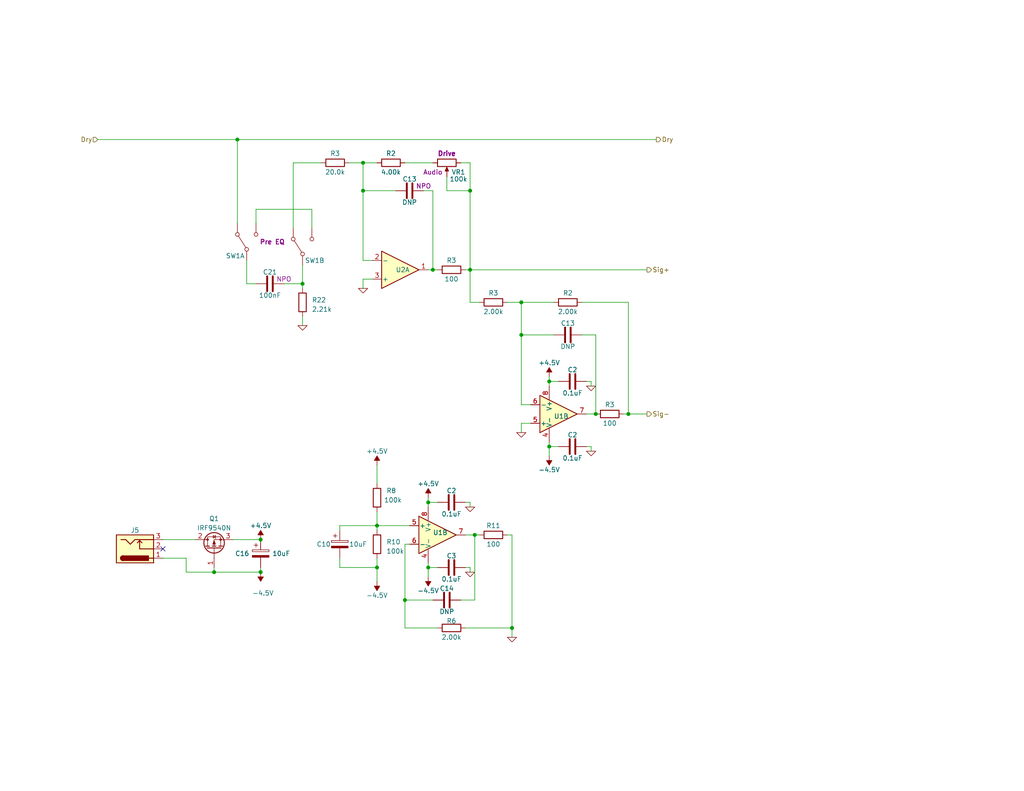
<source format=kicad_sch>
(kicad_sch (version 20230121) (generator eeschema)

  (uuid 8bc46ec0-8cf1-400f-a7ed-bcfac6495076)

  (paper "A")

  (title_block
    (date "2023-05-15")
    (rev "A.00")
    (company "Celestial Circuits")
  )

  (lib_symbols
    (symbol "Capacitor_Elec_1" (pin_numbers hide) (pin_names hide) (in_bom yes) (on_board yes)
      (property "Reference" "C" (at -4.191 -3.937 0)
        (effects (font (size 1.27 1.27)))
      )
      (property "Value" "10uF" (at 5.842 -3.937 0)
        (effects (font (size 1.27 1.27)))
      )
      (property "Footprint" "" (at 0 0 0)
        (effects (font (size 1.27 1.27)) hide)
      )
      (property "Datasheet" "" (at 0 0 0)
        (effects (font (size 1.27 1.27)) hide)
      )
      (property "Voltage" "16V" (at 1.397 -7.112 90)
        (effects (font (size 1.27 1.27)) hide)
      )
      (symbol "Capacitor_Elec_1_0_1"
        (rectangle (start -2.286 -3.429) (end 2.286 -2.921)
          (stroke (width 0) (type default))
          (fill (type none))
        )
        (polyline
          (pts
            (xy -1.778 -1.651)
            (xy -0.762 -1.651)
          )
          (stroke (width 0) (type default))
          (fill (type none))
        )
        (polyline
          (pts
            (xy -1.27 -1.143)
            (xy -1.27 -2.159)
          )
          (stroke (width 0) (type default))
          (fill (type none))
        )
        (rectangle (start 2.286 -4.445) (end -2.286 -4.953)
          (stroke (width 0) (type default))
          (fill (type outline))
        )
      )
      (symbol "Capacitor_Elec_1_1_1"
        (pin passive line (at 0 -0.127 270) (length 2.794)
          (name "~" (effects (font (size 1.27 1.27))))
          (number "1" (effects (font (size 1.27 1.27))))
        )
        (pin passive line (at 0 -7.747 90) (length 2.794)
          (name "~" (effects (font (size 1.27 1.27))))
          (number "2" (effects (font (size 1.27 1.27))))
        )
      )
    )
    (symbol "Capacitor_Elec_2" (pin_numbers hide) (pin_names hide) (in_bom yes) (on_board yes)
      (property "Reference" "C" (at -4.191 -3.937 0)
        (effects (font (size 1.27 1.27)))
      )
      (property "Value" "10uF" (at 5.842 -3.937 0)
        (effects (font (size 1.27 1.27)))
      )
      (property "Footprint" "" (at 0 0 0)
        (effects (font (size 1.27 1.27)) hide)
      )
      (property "Datasheet" "" (at 0 0 0)
        (effects (font (size 1.27 1.27)) hide)
      )
      (property "Voltage" "16V" (at 1.397 -7.112 90)
        (effects (font (size 1.27 1.27)) hide)
      )
      (symbol "Capacitor_Elec_2_0_1"
        (rectangle (start -2.286 -3.429) (end 2.286 -2.921)
          (stroke (width 0) (type default))
          (fill (type none))
        )
        (polyline
          (pts
            (xy -1.778 -1.651)
            (xy -0.762 -1.651)
          )
          (stroke (width 0) (type default))
          (fill (type none))
        )
        (polyline
          (pts
            (xy -1.27 -1.143)
            (xy -1.27 -2.159)
          )
          (stroke (width 0) (type default))
          (fill (type none))
        )
        (rectangle (start 2.286 -4.445) (end -2.286 -4.953)
          (stroke (width 0) (type default))
          (fill (type outline))
        )
      )
      (symbol "Capacitor_Elec_2_1_1"
        (pin passive line (at 0 -0.127 270) (length 2.794)
          (name "~" (effects (font (size 1.27 1.27))))
          (number "1" (effects (font (size 1.27 1.27))))
        )
        (pin passive line (at 0 -7.747 90) (length 2.794)
          (name "~" (effects (font (size 1.27 1.27))))
          (number "2" (effects (font (size 1.27 1.27))))
        )
      )
    )
    (symbol "R_Potentiometer_2" (pin_numbers hide) (pin_names (offset 1.016) hide) (in_bom yes) (on_board yes)
      (property "Reference" "RV" (at -4.445 0 90)
        (effects (font (size 1.27 1.27)))
      )
      (property "Value" "R_Potentiometer" (at -2.54 0 90)
        (effects (font (size 1.27 1.27)))
      )
      (property "Footprint" "" (at 0 0 0)
        (effects (font (size 1.27 1.27)) hide)
      )
      (property "Datasheet" "~" (at 0 0 0)
        (effects (font (size 1.27 1.27)) hide)
      )
      (property "ki_keywords" "resistor variable" (at 0 0 0)
        (effects (font (size 1.27 1.27)) hide)
      )
      (property "ki_description" "Potentiometer" (at 0 0 0)
        (effects (font (size 1.27 1.27)) hide)
      )
      (property "ki_fp_filters" "Potentiometer*" (at 0 0 0)
        (effects (font (size 1.27 1.27)) hide)
      )
      (symbol "R_Potentiometer_2_0_1"
        (polyline
          (pts
            (xy 2.54 0)
            (xy 1.524 0)
          )
          (stroke (width 0) (type default))
          (fill (type none))
        )
        (polyline
          (pts
            (xy 1.143 0)
            (xy 2.286 0.508)
            (xy 2.286 -0.508)
            (xy 1.143 0)
          )
          (stroke (width 0) (type default))
          (fill (type outline))
        )
        (rectangle (start 1.016 2.54) (end -1.016 -2.54)
          (stroke (width 0.254) (type default))
          (fill (type none))
        )
      )
      (symbol "R_Potentiometer_2_1_1"
        (pin passive line (at 0 3.81 270) (length 1.27)
          (name "1" (effects (font (size 1.27 1.27))))
          (number "1" (effects (font (size 1.27 1.27))))
        )
        (pin passive line (at 3.81 0 180) (length 1.27)
          (name "2" (effects (font (size 1.27 1.27))))
          (number "2" (effects (font (size 1.27 1.27))))
        )
        (pin passive line (at 0 -3.81 90) (length 1.27)
          (name "3" (effects (font (size 1.27 1.27))))
          (number "3" (effects (font (size 1.27 1.27))))
        )
      )
    )
    (symbol "SLM:+4.5V" (power) (pin_names (offset 0)) (in_bom yes) (on_board yes)
      (property "Reference" "#PWR010" (at 0 -2.54 0)
        (effects (font (size 1.27 1.27)) hide)
      )
      (property "Value" "+4.5V" (at 0 3.81 0)
        (effects (font (size 1.27 1.27)))
      )
      (property "Footprint" "" (at 0 0 0)
        (effects (font (size 1.27 1.27)) hide)
      )
      (property "Datasheet" "" (at 0 0 0)
        (effects (font (size 1.27 1.27)) hide)
      )
      (property "ki_keywords" "global power" (at 0 0 0)
        (effects (font (size 1.27 1.27)) hide)
      )
      (property "ki_description" "Power symbol creates a global label with name \"-4.5V\"" (at 0 0 0)
        (effects (font (size 1.27 1.27)) hide)
      )
      (symbol "+4.5V_1_0"
        (pin power_in line (at 0 0 90) (length 0) hide
          (name "+4.5V" (effects (font (size 1.27 1.27))))
          (number "1" (effects (font (size 1.27 1.27))))
        )
      )
      (symbol "+4.5V_1_1"
        (polyline
          (pts
            (xy 0 0)
            (xy 0 1.27)
            (xy 0.762 1.27)
            (xy 0 2.54)
            (xy -0.762 1.27)
            (xy 0 1.27)
          )
          (stroke (width 0) (type default))
          (fill (type outline))
        )
      )
    )
    (symbol "SLM:-4.5V" (power) (pin_names (offset 0)) (in_bom yes) (on_board yes)
      (property "Reference" "#PWR024" (at 0 2.54 0)
        (effects (font (size 1.27 1.27)) hide)
      )
      (property "Value" "-4.5V" (at 0 -3.81 0)
        (effects (font (size 1.27 1.27)))
      )
      (property "Footprint" "" (at 0 0 0)
        (effects (font (size 1.27 1.27)) hide)
      )
      (property "Datasheet" "" (at 0 0 0)
        (effects (font (size 1.27 1.27)) hide)
      )
      (property "ki_keywords" "global power" (at 0 0 0)
        (effects (font (size 1.27 1.27)) hide)
      )
      (property "ki_description" "Power symbol creates a global label with name \"-4.5V\"" (at 0 0 0)
        (effects (font (size 1.27 1.27)) hide)
      )
      (symbol "-4.5V_0_1"
        (polyline
          (pts
            (xy 0 0)
            (xy 0 1.27)
            (xy 0.762 1.27)
            (xy 0 2.54)
            (xy -0.762 1.27)
            (xy 0 1.27)
          )
          (stroke (width 0) (type default))
          (fill (type outline))
        )
      )
      (symbol "-4.5V_1_0"
        (pin power_in line (at 0 0 90) (length 0) hide
          (name "-4.5V" (effects (font (size 1.27 1.27))))
          (number "1" (effects (font (size 1.27 1.27))))
        )
      )
    )
    (symbol "SLM:BarrelJack_CUI_PJ-063AH_Horizontal" (pin_names hide) (in_bom yes) (on_board yes)
      (property "Reference" "J5" (at 0 -8.255 0)
        (effects (font (size 1.27 1.27)))
      )
      (property "Value" "Barrel_Jack_Switch_Pin3Ring" (at 0 -5.715 0)
        (effects (font (size 1.27 1.27)) hide)
      )
      (property "Footprint" "Connector_BarrelJack:BarrelJack_CUI_PJ-063AH_Horizontal" (at 1.27 1.016 0)
        (effects (font (size 1.27 1.27)) hide)
      )
      (property "Datasheet" "~" (at 1.27 1.016 0)
        (effects (font (size 1.27 1.27)) hide)
      )
      (property "ki_keywords" "DC power barrel jack connector" (at 0 0 0)
        (effects (font (size 1.27 1.27)) hide)
      )
      (property "ki_description" "DC Barrel Jack with an internal switch" (at 0 0 0)
        (effects (font (size 1.27 1.27)) hide)
      )
      (property "ki_fp_filters" "BarrelJack*" (at 0 0 0)
        (effects (font (size 1.27 1.27)) hide)
      )
      (symbol "BarrelJack_CUI_PJ-063AH_Horizontal_0_1"
        (rectangle (start -5.08 3.81) (end 5.08 -3.81)
          (stroke (width 0.254) (type default))
          (fill (type background))
        )
        (arc (start -3.302 3.175) (mid -3.9343 2.54) (end -3.302 1.905)
          (stroke (width 0.254) (type default))
          (fill (type none))
        )
        (arc (start -3.302 3.175) (mid -3.9343 2.54) (end -3.302 1.905)
          (stroke (width 0.254) (type default))
          (fill (type outline))
        )
        (polyline
          (pts
            (xy 1.27 -2.286)
            (xy 1.905 -1.651)
          )
          (stroke (width 0.254) (type default))
          (fill (type none))
        )
        (polyline
          (pts
            (xy 5.08 2.54)
            (xy 3.81 2.54)
          )
          (stroke (width 0.254) (type default))
          (fill (type none))
        )
        (polyline
          (pts
            (xy 5.08 0)
            (xy 1.27 0)
            (xy 1.27 -2.286)
            (xy 0.635 -1.651)
          )
          (stroke (width 0.254) (type default))
          (fill (type none))
        )
        (polyline
          (pts
            (xy -3.81 -2.54)
            (xy -2.54 -2.54)
            (xy -1.27 -1.27)
            (xy 0 -2.54)
            (xy 2.54 -2.54)
            (xy 5.08 -2.54)
          )
          (stroke (width 0.254) (type default))
          (fill (type none))
        )
        (rectangle (start 3.683 3.175) (end -3.302 1.905)
          (stroke (width 0.254) (type default))
          (fill (type outline))
        )
      )
      (symbol "BarrelJack_CUI_PJ-063AH_Horizontal_1_1"
        (pin passive line (at 7.62 2.54 180) (length 2.54)
          (name "~" (effects (font (size 1.27 1.27))))
          (number "1" (effects (font (size 1.27 1.27))))
        )
        (pin passive line (at 7.62 0 180) (length 2.54)
          (name "~" (effects (font (size 1.27 1.27))))
          (number "2" (effects (font (size 1.27 1.27))))
        )
        (pin passive line (at 7.62 -2.54 180) (length 2.54)
          (name "~" (effects (font (size 1.27 1.27))))
          (number "3" (effects (font (size 1.27 1.27))))
        )
      )
    )
    (symbol "SLM:Capacitor" (pin_numbers hide) (pin_names (offset 0.254)) (in_bom yes) (on_board yes)
      (property "Reference" "C3" (at 0 3.81 90)
        (effects (font (size 1.27 1.27)))
      )
      (property "Value" "33pF" (at 0.635 -3.81 90)
        (effects (font (size 1.27 1.27)))
      )
      (property "Footprint" "Capacitor_THT:C_Rect_L4.0mm_W2.5mm_P2.50mm" (at 3.81 0.9652 0)
        (effects (font (size 1.27 1.27)) hide)
      )
      (property "Datasheet" "~" (at 0 0 0)
        (effects (font (size 1.27 1.27)) hide)
      )
      (property "Dielectric" "NPO" (at 3.81 -1.27 90)
        (effects (font (size 1.27 1.27)))
      )
      (property "Manufacturer" "Vishay" (at 0 0 0)
        (effects (font (size 1.27 1.27)) hide)
      )
      (property "Part Number" "K330J10C0GH5TL2" (at 0 0 0)
        (effects (font (size 1.27 1.27)) hide)
      )
      (property "ki_keywords" "cap capacitor" (at 0 0 0)
        (effects (font (size 1.27 1.27)) hide)
      )
      (property "ki_description" "Unpolarized capacitor" (at 0 0 0)
        (effects (font (size 1.27 1.27)) hide)
      )
      (property "ki_fp_filters" "C_*" (at 0 0 0)
        (effects (font (size 1.27 1.27)) hide)
      )
      (symbol "Capacitor_0_1"
        (polyline
          (pts
            (xy -2.032 -0.762)
            (xy 2.032 -0.762)
          )
          (stroke (width 0.508) (type default))
          (fill (type none))
        )
        (polyline
          (pts
            (xy -2.032 0.762)
            (xy 2.032 0.762)
          )
          (stroke (width 0.508) (type default))
          (fill (type none))
        )
      )
      (symbol "Capacitor_1_1"
        (pin passive line (at 0 3.81 270) (length 2.794)
          (name "~" (effects (font (size 1.27 1.27))))
          (number "1" (effects (font (size 1.27 1.27))))
        )
        (pin passive line (at 0 -3.81 90) (length 2.794)
          (name "~" (effects (font (size 1.27 1.27))))
          (number "2" (effects (font (size 1.27 1.27))))
        )
      )
    )
    (symbol "SLM:IRF9540N" (pin_names hide) (in_bom yes) (on_board yes)
      (property "Reference" "Q1" (at 0 8.255 90)
        (effects (font (size 1.27 1.27)))
      )
      (property "Value" "IRF9540N" (at 0 5.715 90)
        (effects (font (size 1.27 1.27)))
      )
      (property "Footprint" "Package_TO_SOT_THT:TO-220-3_Vertical" (at 1.905 5.08 0)
        (effects (font (size 1.27 1.27) italic) (justify left) hide)
      )
      (property "Datasheet" "http://www.irf.com/product-info/datasheets/data/irf9540n.pdf" (at 0 0 0)
        (effects (font (size 1.27 1.27)) (justify left) hide)
      )
      (property "Manufacturer" "Infineon" (at 0 0 0)
        (effects (font (size 1.27 1.27)) hide)
      )
      (property "Part Number" "IRF9540NPBF" (at 0 0 0)
        (effects (font (size 1.27 1.27)) hide)
      )
      (property "ki_keywords" "P-Channel MOSFET HEXFET" (at 0 0 0)
        (effects (font (size 1.27 1.27)) hide)
      )
      (property "ki_description" "-23A Id, -100V Vds, 117mOhm Rds, P-Channel HEXFET Power MOSFET, TO-220" (at 0 0 0)
        (effects (font (size 1.27 1.27)) hide)
      )
      (property "ki_fp_filters" "TO?220*" (at 0 0 0)
        (effects (font (size 1.27 1.27)) hide)
      )
      (symbol "IRF9540N_0_1"
        (polyline
          (pts
            (xy 0.254 0)
            (xy -2.54 0)
          )
          (stroke (width 0) (type default))
          (fill (type none))
        )
        (polyline
          (pts
            (xy 0.254 1.905)
            (xy 0.254 -1.905)
          )
          (stroke (width 0.254) (type default))
          (fill (type none))
        )
        (polyline
          (pts
            (xy 0.762 -1.27)
            (xy 0.762 -2.286)
          )
          (stroke (width 0.254) (type default))
          (fill (type none))
        )
        (polyline
          (pts
            (xy 0.762 0.508)
            (xy 0.762 -0.508)
          )
          (stroke (width 0.254) (type default))
          (fill (type none))
        )
        (polyline
          (pts
            (xy 0.762 2.286)
            (xy 0.762 1.27)
          )
          (stroke (width 0.254) (type default))
          (fill (type none))
        )
        (polyline
          (pts
            (xy 2.54 2.54)
            (xy 2.54 1.778)
          )
          (stroke (width 0) (type default))
          (fill (type none))
        )
        (polyline
          (pts
            (xy 2.54 -2.54)
            (xy 2.54 0)
            (xy 0.762 0)
          )
          (stroke (width 0) (type default))
          (fill (type none))
        )
        (polyline
          (pts
            (xy 0.762 1.778)
            (xy 3.302 1.778)
            (xy 3.302 -1.778)
            (xy 0.762 -1.778)
          )
          (stroke (width 0) (type default))
          (fill (type none))
        )
        (polyline
          (pts
            (xy 2.286 0)
            (xy 1.27 0.381)
            (xy 1.27 -0.381)
            (xy 2.286 0)
          )
          (stroke (width 0) (type default))
          (fill (type outline))
        )
        (polyline
          (pts
            (xy 2.794 -0.508)
            (xy 2.921 -0.381)
            (xy 3.683 -0.381)
            (xy 3.81 -0.254)
          )
          (stroke (width 0) (type default))
          (fill (type none))
        )
        (polyline
          (pts
            (xy 3.302 -0.381)
            (xy 2.921 0.254)
            (xy 3.683 0.254)
            (xy 3.302 -0.381)
          )
          (stroke (width 0) (type default))
          (fill (type none))
        )
        (circle (center 1.651 0) (radius 2.794)
          (stroke (width 0.254) (type default))
          (fill (type none))
        )
        (circle (center 2.54 -1.778) (radius 0.254)
          (stroke (width 0) (type default))
          (fill (type outline))
        )
        (circle (center 2.54 1.778) (radius 0.254)
          (stroke (width 0) (type default))
          (fill (type outline))
        )
      )
      (symbol "IRF9540N_1_1"
        (pin input line (at -5.08 0 0) (length 2.54)
          (name "G" (effects (font (size 1.27 1.27))))
          (number "1" (effects (font (size 1.27 1.27))))
        )
        (pin passive line (at 2.54 5.08 270) (length 2.54)
          (name "D" (effects (font (size 1.27 1.27))))
          (number "2" (effects (font (size 1.27 1.27))))
        )
        (pin passive line (at 2.54 -5.08 90) (length 2.54)
          (name "S" (effects (font (size 1.27 1.27))))
          (number "3" (effects (font (size 1.27 1.27))))
        )
      )
    )
    (symbol "SLM:NJM4580" (pin_names (offset 0.127)) (in_bom yes) (on_board yes)
      (property "Reference" "U1" (at 0 8.89 0)
        (effects (font (size 1.27 1.27)))
      )
      (property "Value" "NJM4580" (at 0 6.35 0)
        (effects (font (size 1.27 1.27)))
      )
      (property "Footprint" "Package_DIP:DIP-8_W7.62mm_Socket_LongPads" (at 0 0 0)
        (effects (font (size 1.27 1.27)) hide)
      )
      (property "Datasheet" "http://www.njr.com/semicon/PDF/NJM4580_E.pdf" (at 0 0 0)
        (effects (font (size 1.27 1.27)) hide)
      )
      (property "Manufacturer" "Nishinbo" (at 0 0 0)
        (effects (font (size 1.27 1.27)) hide)
      )
      (property "Part Number" "NJM4580DD" (at 0 0 0)
        (effects (font (size 1.27 1.27)) hide)
      )
      (property "ki_locked" "" (at 0 0 0)
        (effects (font (size 1.27 1.27)))
      )
      (property "ki_keywords" "dual opamp" (at 0 0 0)
        (effects (font (size 1.27 1.27)) hide)
      )
      (property "ki_description" "Dual Operational Amplifier, DIP-8/DMP-8/SIP-8/MSOP-8/SOP-8/SSOP-8" (at 0 0 0)
        (effects (font (size 1.27 1.27)) hide)
      )
      (property "ki_fp_filters" "SOIC*3.9x4.9mm*P1.27mm* DIP*W7.62mm* TO*99* OnSemi*Micro8* TSSOP*3x3mm*P0.65mm* TSSOP*4.4x3mm*P0.65mm* MSOP*3x3mm*P0.65mm* SSOP*3.9x4.9mm*P0.635mm* LFCSP*2x2mm*P0.5mm* *SIP* SOIC*5.3x6.2mm*P1.27mm*" (at 0 0 0)
        (effects (font (size 1.27 1.27)) hide)
      )
      (symbol "NJM4580_1_1"
        (polyline
          (pts
            (xy -5.08 5.08)
            (xy 5.08 0)
            (xy -5.08 -5.08)
            (xy -5.08 5.08)
          )
          (stroke (width 0.254) (type default))
          (fill (type background))
        )
        (pin output line (at 7.62 0 180) (length 2.54)
          (name "~" (effects (font (size 1.27 1.27))))
          (number "1" (effects (font (size 1.27 1.27))))
        )
        (pin input line (at -7.62 -2.54 0) (length 2.54)
          (name "-" (effects (font (size 1.27 1.27))))
          (number "2" (effects (font (size 1.27 1.27))))
        )
        (pin input line (at -7.62 2.54 0) (length 2.54)
          (name "+" (effects (font (size 1.27 1.27))))
          (number "3" (effects (font (size 1.27 1.27))))
        )
      )
      (symbol "NJM4580_2_1"
        (polyline
          (pts
            (xy -5.08 5.08)
            (xy 5.08 0)
            (xy -5.08 -5.08)
            (xy -5.08 5.08)
          )
          (stroke (width 0.254) (type default))
          (fill (type background))
        )
        (pin input line (at -7.62 2.54 0) (length 2.54)
          (name "+" (effects (font (size 1.27 1.27))))
          (number "5" (effects (font (size 1.27 1.27))))
        )
        (pin input line (at -7.62 -2.54 0) (length 2.54)
          (name "-" (effects (font (size 1.27 1.27))))
          (number "6" (effects (font (size 1.27 1.27))))
        )
        (pin output line (at 7.62 0 180) (length 2.54)
          (name "~" (effects (font (size 1.27 1.27))))
          (number "7" (effects (font (size 1.27 1.27))))
        )
      )
      (symbol "NJM4580_3_1"
        (pin power_in line (at -2.54 -7.62 90) (length 3.81)
          (name "V-" (effects (font (size 1.27 1.27))))
          (number "4" (effects (font (size 1.27 1.27))))
        )
        (pin power_in line (at -2.54 7.62 270) (length 3.81)
          (name "V+" (effects (font (size 1.27 1.27))))
          (number "8" (effects (font (size 1.27 1.27))))
        )
      )
    )
    (symbol "SLM:Resistor_1/8_W" (pin_numbers hide) (pin_names (offset 0) hide) (in_bom yes) (on_board yes)
      (property "Reference" "R1" (at 0 1.905 90)
        (effects (font (size 1.27 1.27)))
      )
      (property "Value" "100k" (at 0 -2.54 90)
        (effects (font (size 1.27 1.27)))
      )
      (property "Footprint" "Resistor_THT:R_Axial_DIN0204_L3.6mm_D1.6mm_P5.08mm_Horizontal" (at 1.778 0 90)
        (effects (font (size 1.27 1.27)) hide)
      )
      (property "Datasheet" "~" (at 0 0 0)
        (effects (font (size 1.27 1.27)) hide)
      )
      (property "Tolerance" "1%" (at 3.81 -1.397 90)
        (effects (font (size 1.27 1.27)) hide)
      )
      (property "Power" "1/8W" (at -4.953 -1.397 90)
        (effects (font (size 1.27 1.27)) hide)
      )
      (property "Sim.Device" "R" (at 0 0 0)
        (effects (font (size 1.27 1.27)) hide)
      )
      (property "Sim.Pins" "1=+ 2=-" (at 0 0 0)
        (effects (font (size 1.27 1.27)) hide)
      )
      (property "Manufacturer" "SEI" (at 0 0 0)
        (effects (font (size 1.27 1.27)) hide)
      )
      (property "Part Number" "RNF18FTDxxxx" (at 0 0 0)
        (effects (font (size 1.27 1.27)) hide)
      )
      (property "ki_keywords" "R res resistor" (at 0 0 0)
        (effects (font (size 1.27 1.27)) hide)
      )
      (property "ki_description" "Resistor" (at 0 0 0)
        (effects (font (size 1.27 1.27)) hide)
      )
      (property "ki_fp_filters" "R_*" (at 0 0 0)
        (effects (font (size 1.27 1.27)) hide)
      )
      (symbol "Resistor_1/8_W_0_1"
        (rectangle (start -1.016 2.54) (end 1.016 -2.54)
          (stroke (width 0.254) (type default))
          (fill (type none))
        )
      )
      (symbol "Resistor_1/8_W_1_1"
        (pin passive line (at 0 3.81 270) (length 1.27)
          (name "~" (effects (font (size 1.27 1.27))))
          (number "1" (effects (font (size 1.27 1.27))))
        )
        (pin passive line (at 0 -3.81 90) (length 1.27)
          (name "~" (effects (font (size 1.27 1.27))))
          (number "2" (effects (font (size 1.27 1.27))))
        )
      )
    )
    (symbol "SLM:SW_DPDT_2_pieces" (pin_numbers hide) (pin_names (offset 0) hide) (in_bom yes) (on_board yes)
      (property "Reference" "SW3" (at -3.175 6.985 90)
        (effects (font (size 1.27 1.27)) (justify right))
      )
      (property "Value" "SW_DPDT_x2" (at -1.905 -3.81 90)
        (effects (font (size 1.27 1.27)) (justify right) hide)
      )
      (property "Footprint" "SLM Footprints:SW_E-Switch_DPDT_100SP1T1B1M2QEH" (at 0 0 0)
        (effects (font (size 1.27 1.27)) hide)
      )
      (property "Datasheet" "~" (at 0 0 0)
        (effects (font (size 1.27 1.27)) hide)
      )
      (property "Manufacturer" "E-Switch" (at 0 0 0)
        (effects (font (size 1.27 1.27)) hide)
      )
      (property "Function" "Post-EQ" (at 0 -10.16 90)
        (effects (font (size 1.27 1.27) bold))
      )
      (property "Part Number" "200MDP1T1B1M1QEH" (at 0 0 0)
        (effects (font (size 1.27 1.27)) hide)
      )
      (property "ki_keywords" "switch dual-pole double-throw DPDT spdt ON-ON" (at 0 0 0)
        (effects (font (size 1.27 1.27)) hide)
      )
      (property "ki_description" "Switch, dual pole double throw, separate symbols" (at 0 0 0)
        (effects (font (size 1.27 1.27)) hide)
      )
      (property "ki_fp_filters" "SW*DPDT*" (at 0 0 0)
        (effects (font (size 1.27 1.27)) hide)
      )
      (symbol "SW_DPDT_2_pieces_0_0"
        (circle (center -2.032 0) (radius 0.508)
          (stroke (width 0) (type default))
          (fill (type none))
        )
        (circle (center 2.032 -2.54) (radius 0.508)
          (stroke (width 0) (type default))
          (fill (type none))
        )
      )
      (symbol "SW_DPDT_2_pieces_0_1"
        (polyline
          (pts
            (xy -1.524 0.254)
            (xy 1.651 2.286)
          )
          (stroke (width 0) (type default))
          (fill (type none))
        )
        (circle (center 2.032 2.54) (radius 0.508)
          (stroke (width 0) (type default))
          (fill (type none))
        )
      )
      (symbol "SW_DPDT_2_pieces_1_1"
        (pin passive line (at 5.08 2.54 180) (length 2.54)
          (name "A" (effects (font (size 1.27 1.27))))
          (number "1" (effects (font (size 1.27 1.27))))
        )
        (pin passive line (at -5.08 0 0) (length 2.54)
          (name "B" (effects (font (size 1.27 1.27))))
          (number "2" (effects (font (size 1.27 1.27))))
        )
        (pin passive line (at 5.08 -2.54 180) (length 2.54)
          (name "C" (effects (font (size 1.27 1.27))))
          (number "3" (effects (font (size 1.27 1.27))))
        )
      )
      (symbol "SW_DPDT_2_pieces_2_1"
        (pin passive line (at 5.08 2.54 180) (length 2.54)
          (name "A" (effects (font (size 1.27 1.27))))
          (number "4" (effects (font (size 1.27 1.27))))
        )
        (pin passive line (at -5.08 0 0) (length 2.54)
          (name "B" (effects (font (size 1.27 1.27))))
          (number "5" (effects (font (size 1.27 1.27))))
        )
        (pin passive line (at 5.08 -2.54 180) (length 2.54)
          (name "C" (effects (font (size 1.27 1.27))))
          (number "6" (effects (font (size 1.27 1.27))))
        )
      )
    )
    (symbol "Simulation_SPICE:0" (power) (pin_names (offset 0)) (in_bom yes) (on_board yes)
      (property "Reference" "#GND" (at 0 -2.54 0)
        (effects (font (size 1.27 1.27)) hide)
      )
      (property "Value" "0" (at 0 -1.778 0)
        (effects (font (size 1.27 1.27)))
      )
      (property "Footprint" "" (at 0 0 0)
        (effects (font (size 1.27 1.27)) hide)
      )
      (property "Datasheet" "~" (at 0 0 0)
        (effects (font (size 1.27 1.27)) hide)
      )
      (property "ki_keywords" "simulation" (at 0 0 0)
        (effects (font (size 1.27 1.27)) hide)
      )
      (property "ki_description" "0V reference potential for simulation" (at 0 0 0)
        (effects (font (size 1.27 1.27)) hide)
      )
      (symbol "0_0_1"
        (polyline
          (pts
            (xy -1.27 0)
            (xy 0 -1.27)
            (xy 1.27 0)
            (xy -1.27 0)
          )
          (stroke (width 0) (type default))
          (fill (type none))
        )
      )
      (symbol "0_1_1"
        (pin power_in line (at 0 0 0) (length 0) hide
          (name "0" (effects (font (size 1.016 1.016))))
          (number "1" (effects (font (size 1.016 1.016))))
        )
      )
    )
  )

  (junction (at 128.27 52.07) (diameter 0) (color 0 0 0 0)
    (uuid 0fb8028a-3379-476d-9f8b-3049d80794a5)
  )
  (junction (at 82.55 77.47) (diameter 0) (color 0 0 0 0)
    (uuid 129cb4c6-a291-423e-9860-5988434ee7dd)
  )
  (junction (at 102.87 154.94) (diameter 0) (color 0 0 0 0)
    (uuid 16a74e32-1463-4900-bca6-75b1d7c57d95)
  )
  (junction (at 129.54 146.05) (diameter 0) (color 0 0 0 0)
    (uuid 33e02ccc-8b50-4d70-a5ba-dc4d6a6eb5fd)
  )
  (junction (at 64.77 38.1) (diameter 0) (color 0 0 0 0)
    (uuid 3513653b-199d-4bee-a2af-2a91b767b093)
  )
  (junction (at 102.87 143.51) (diameter 0) (color 0 0 0 0)
    (uuid 3c1b43e1-8cb7-49fc-a2f0-95a57e570280)
  )
  (junction (at 139.7 171.45) (diameter 0) (color 0 0 0 0)
    (uuid 3debcf08-98ec-4dff-8b6d-23674f7f6155)
  )
  (junction (at 118.11 73.66) (diameter 0) (color 0 0 0 0)
    (uuid 5465421f-5a00-4f7e-b929-8703a51a494c)
  )
  (junction (at 162.56 113.03) (diameter 0) (color 0 0 0 0)
    (uuid 55527ab7-ca52-4b64-8c28-fb9d7a2c375f)
  )
  (junction (at 116.84 137.16) (diameter 0) (color 0 0 0 0)
    (uuid 59268804-4b56-415b-85b4-36c904061a80)
  )
  (junction (at 71.12 156.21) (diameter 0) (color 0 0 0 0)
    (uuid 5e5200cb-79e7-4961-98b9-fda7bda0947c)
  )
  (junction (at 110.49 163.83) (diameter 0) (color 0 0 0 0)
    (uuid 7358d512-9f49-4a86-b453-4c1d180579db)
  )
  (junction (at 71.12 147.32) (diameter 0) (color 0 0 0 0)
    (uuid 767df6fc-effb-4492-b27e-c1f6ca8a7921)
  )
  (junction (at 149.86 104.14) (diameter 0) (color 0 0 0 0)
    (uuid 8088c176-493c-494c-8285-2ad50cd50bfb)
  )
  (junction (at 142.24 82.55) (diameter 0) (color 0 0 0 0)
    (uuid 8a94d778-b158-4de0-a413-7ee42c895708)
  )
  (junction (at 142.24 91.44) (diameter 0) (color 0 0 0 0)
    (uuid 9921ec99-528c-40c8-b735-90940549ace6)
  )
  (junction (at 128.27 73.66) (diameter 0) (color 0 0 0 0)
    (uuid 9f5b3875-b319-494c-9e62-f66c8fefc136)
  )
  (junction (at 171.45 113.03) (diameter 0) (color 0 0 0 0)
    (uuid 9ffb98b6-8f70-4fd8-80be-9338e8ea5dd3)
  )
  (junction (at 58.42 156.21) (diameter 0) (color 0 0 0 0)
    (uuid a67463fe-ff93-42f7-b6fa-35c35f2da1de)
  )
  (junction (at 99.06 44.45) (diameter 0) (color 0 0 0 0)
    (uuid d0461abe-a932-491a-a082-04af7a895fc0)
  )
  (junction (at 116.84 154.94) (diameter 0) (color 0 0 0 0)
    (uuid d753fc75-5283-4e05-af68-26a3f0f5dd83)
  )
  (junction (at 149.86 121.92) (diameter 0) (color 0 0 0 0)
    (uuid e31bf65c-4ce2-4c1f-8494-26526456b119)
  )
  (junction (at 99.06 52.07) (diameter 0) (color 0 0 0 0)
    (uuid ff637966-f9af-40a2-893b-a7107845802c)
  )

  (no_connect (at 44.45 149.86) (uuid 7fbd20ee-33b3-49ad-8987-8bcb7045b844))

  (wire (pts (xy 138.43 146.05) (xy 139.7 146.05))
    (stroke (width 0) (type default))
    (uuid 00721e0f-5837-4854-93b0-8b5111f30b6e)
  )
  (wire (pts (xy 92.71 144.78) (xy 92.71 143.51))
    (stroke (width 0) (type default))
    (uuid 02bd116f-9f14-43eb-9aef-873638ac6863)
  )
  (wire (pts (xy 77.47 77.47) (xy 82.55 77.47))
    (stroke (width 0) (type default))
    (uuid 055c8269-02da-4b49-8dff-e9cbb31db54e)
  )
  (wire (pts (xy 128.27 154.94) (xy 127 154.94))
    (stroke (width 0) (type default))
    (uuid 071edcfd-ddb0-413e-bf44-bba65009315a)
  )
  (wire (pts (xy 176.53 73.66) (xy 128.27 73.66))
    (stroke (width 0) (type default))
    (uuid 0b4a47c5-7e57-436b-b6fb-679825123bbb)
  )
  (wire (pts (xy 110.49 171.45) (xy 119.38 171.45))
    (stroke (width 0) (type default))
    (uuid 0cf0a8b3-d200-4a14-a15e-d098eeb1df5f)
  )
  (wire (pts (xy 179.07 38.1) (xy 64.77 38.1))
    (stroke (width 0) (type default))
    (uuid 0f6c5c73-3cba-4d13-a818-82d59aaba96b)
  )
  (wire (pts (xy 44.45 147.32) (xy 53.34 147.32))
    (stroke (width 0) (type default))
    (uuid 16427405-7ad9-4ad2-86f1-0def450754a7)
  )
  (wire (pts (xy 82.55 88.9) (xy 82.55 86.36))
    (stroke (width 0) (type default))
    (uuid 188cbaee-3071-42bb-be4a-4a61a0f7e31e)
  )
  (wire (pts (xy 67.31 71.12) (xy 67.31 77.47))
    (stroke (width 0) (type default))
    (uuid 1c999a27-b222-4daf-945e-ced80b037296)
  )
  (wire (pts (xy 58.42 156.21) (xy 71.12 156.21))
    (stroke (width 0) (type default))
    (uuid 1ddc4a96-986b-4aa4-852c-ced4d61b292d)
  )
  (wire (pts (xy 85.09 62.23) (xy 85.09 57.15))
    (stroke (width 0) (type default))
    (uuid 1e2d06b1-8160-43f6-9ffc-2a67edf6dc00)
  )
  (wire (pts (xy 64.77 38.1) (xy 64.77 60.96))
    (stroke (width 0) (type default))
    (uuid 2086c262-095d-480c-a7f8-2cb5baedd0df)
  )
  (wire (pts (xy 99.06 44.45) (xy 99.06 52.07))
    (stroke (width 0) (type default))
    (uuid 222ec6ac-7c77-4a5c-921d-7d039afc1290)
  )
  (wire (pts (xy 128.27 138.43) (xy 128.27 137.16))
    (stroke (width 0) (type default))
    (uuid 225d9b25-3d23-420b-a7ac-7e6295a3e0a8)
  )
  (wire (pts (xy 110.49 163.83) (xy 118.11 163.83))
    (stroke (width 0) (type default))
    (uuid 25bfb81c-fe58-4988-93c2-8d5a2fcf3fdc)
  )
  (wire (pts (xy 127 146.05) (xy 129.54 146.05))
    (stroke (width 0) (type default))
    (uuid 293c49e1-5b51-4e8d-b5d8-a2bab666316d)
  )
  (wire (pts (xy 110.49 44.45) (xy 118.11 44.45))
    (stroke (width 0) (type default))
    (uuid 29501385-f5c5-42f3-a11b-30953703acd0)
  )
  (wire (pts (xy 116.84 137.16) (xy 116.84 138.43))
    (stroke (width 0) (type default))
    (uuid 2d934c9b-18d4-4877-8d81-73f81eccf905)
  )
  (wire (pts (xy 149.86 124.46) (xy 149.86 121.92))
    (stroke (width 0) (type default))
    (uuid 305d889a-61a6-48eb-b622-cd76917d05a2)
  )
  (wire (pts (xy 99.06 52.07) (xy 107.95 52.07))
    (stroke (width 0) (type default))
    (uuid 315e220d-4329-4c0a-94da-8e02307b2a04)
  )
  (wire (pts (xy 162.56 91.44) (xy 162.56 113.03))
    (stroke (width 0) (type default))
    (uuid 3364d37b-61be-4298-8563-6ea36aaf097c)
  )
  (wire (pts (xy 129.54 163.83) (xy 129.54 146.05))
    (stroke (width 0) (type default))
    (uuid 35be20d6-f3ce-4949-a425-5e9f49246337)
  )
  (wire (pts (xy 127 171.45) (xy 139.7 171.45))
    (stroke (width 0) (type default))
    (uuid 36dd7f39-0dba-407c-8100-fd27085e7675)
  )
  (wire (pts (xy 95.25 44.45) (xy 99.06 44.45))
    (stroke (width 0) (type default))
    (uuid 37cbef18-d58e-4a54-94a2-00af2e2644b5)
  )
  (wire (pts (xy 116.84 154.94) (xy 116.84 153.67))
    (stroke (width 0) (type default))
    (uuid 3dc25352-6139-4d13-bf7a-72f9f0e2cded)
  )
  (wire (pts (xy 50.8 152.4) (xy 50.8 156.21))
    (stroke (width 0) (type default))
    (uuid 4152f793-de7a-451b-b376-3795c3644e00)
  )
  (wire (pts (xy 82.55 77.47) (xy 82.55 78.74))
    (stroke (width 0) (type default))
    (uuid 434791d7-8632-4489-9f61-f667840f53c0)
  )
  (wire (pts (xy 110.49 148.59) (xy 110.49 163.83))
    (stroke (width 0) (type default))
    (uuid 43e7200c-d3c2-4bda-8561-a9fe697d71d8)
  )
  (wire (pts (xy 102.87 127) (xy 102.87 132.08))
    (stroke (width 0) (type default))
    (uuid 4a0b5aa9-6e2e-4c36-bd05-8f33ebf6e9a1)
  )
  (wire (pts (xy 128.27 52.07) (xy 128.27 73.66))
    (stroke (width 0) (type default))
    (uuid 4aa4c82d-18a7-4867-a794-7e1e413e51c7)
  )
  (wire (pts (xy 158.75 91.44) (xy 162.56 91.44))
    (stroke (width 0) (type default))
    (uuid 4cc0fb0f-bc68-4671-b8f5-89822e2f6688)
  )
  (wire (pts (xy 92.71 152.4) (xy 92.71 154.94))
    (stroke (width 0) (type default))
    (uuid 4cc22e7a-7999-4926-b827-69dbe7dbc2c4)
  )
  (wire (pts (xy 50.8 156.21) (xy 58.42 156.21))
    (stroke (width 0) (type default))
    (uuid 4ee00dc4-a7eb-45d3-812f-17b30e450e0e)
  )
  (wire (pts (xy 99.06 76.2) (xy 101.6 76.2))
    (stroke (width 0) (type default))
    (uuid 53c48391-8011-4719-811b-bdb2bb839710)
  )
  (wire (pts (xy 138.43 82.55) (xy 142.24 82.55))
    (stroke (width 0) (type default))
    (uuid 54545346-3d37-42fd-867e-9c7dad64fcf2)
  )
  (wire (pts (xy 110.49 163.83) (xy 110.49 171.45))
    (stroke (width 0) (type default))
    (uuid 577cb4da-d4d4-4bc6-bba4-dcdca0bed17f)
  )
  (wire (pts (xy 139.7 173.99) (xy 139.7 171.45))
    (stroke (width 0) (type default))
    (uuid 58d0a7f3-ab09-4183-be2a-e33ba9436cdd)
  )
  (wire (pts (xy 119.38 154.94) (xy 116.84 154.94))
    (stroke (width 0) (type default))
    (uuid 590a8866-1ec0-4d0b-847a-bc7a0606349d)
  )
  (wire (pts (xy 116.84 157.48) (xy 116.84 154.94))
    (stroke (width 0) (type default))
    (uuid 59e75ada-ad01-4f46-9a07-0fba7c92486f)
  )
  (wire (pts (xy 152.4 121.92) (xy 149.86 121.92))
    (stroke (width 0) (type default))
    (uuid 5ae088fb-1cea-478a-8ca4-7c5f1141f9b2)
  )
  (wire (pts (xy 67.31 77.47) (xy 69.85 77.47))
    (stroke (width 0) (type default))
    (uuid 5c8512dd-29d0-4f34-bea1-4ee248b0ce7b)
  )
  (wire (pts (xy 99.06 52.07) (xy 99.06 71.12))
    (stroke (width 0) (type default))
    (uuid 5e71ef14-1329-40de-8742-991069aaa4d4)
  )
  (wire (pts (xy 128.27 156.21) (xy 128.27 154.94))
    (stroke (width 0) (type default))
    (uuid 63c0226f-bf58-49da-b099-6989b2b08359)
  )
  (wire (pts (xy 87.63 44.45) (xy 80.01 44.45))
    (stroke (width 0) (type default))
    (uuid 649ace13-9952-4e19-8547-55578d254fb6)
  )
  (wire (pts (xy 102.87 158.75) (xy 102.87 154.94))
    (stroke (width 0) (type default))
    (uuid 6d5e2eea-94fb-46b9-9e05-1df65cf6c6e2)
  )
  (wire (pts (xy 102.87 144.78) (xy 102.87 143.51))
    (stroke (width 0) (type default))
    (uuid 6fd4793a-20c6-4212-b136-7a5569710034)
  )
  (wire (pts (xy 116.84 73.66) (xy 118.11 73.66))
    (stroke (width 0) (type default))
    (uuid 7398398c-9ca5-467f-95e1-ea69a218651b)
  )
  (wire (pts (xy 171.45 82.55) (xy 171.45 113.03))
    (stroke (width 0) (type default))
    (uuid 788e468b-1472-4964-9f38-235c7d58b4bf)
  )
  (wire (pts (xy 80.01 44.45) (xy 80.01 62.23))
    (stroke (width 0) (type default))
    (uuid 7c24d6fb-75a2-4430-b725-a31de10a6023)
  )
  (wire (pts (xy 121.92 52.07) (xy 128.27 52.07))
    (stroke (width 0) (type default))
    (uuid 7d178206-0034-45ad-91f8-38b62c7f7669)
  )
  (wire (pts (xy 139.7 146.05) (xy 139.7 171.45))
    (stroke (width 0) (type default))
    (uuid 81e1ba1a-ee9e-4a98-a215-b52643d6c834)
  )
  (wire (pts (xy 142.24 115.57) (xy 144.78 115.57))
    (stroke (width 0) (type default))
    (uuid 851ff03d-a39a-4c90-9e3e-6ab7c03f9646)
  )
  (wire (pts (xy 127 73.66) (xy 128.27 73.66))
    (stroke (width 0) (type default))
    (uuid 852ab6f0-e611-452b-9b56-15fa1c2bfde8)
  )
  (wire (pts (xy 142.24 91.44) (xy 142.24 110.49))
    (stroke (width 0) (type default))
    (uuid 8920331b-276a-4459-bc2c-10ff96d61312)
  )
  (wire (pts (xy 101.6 71.12) (xy 99.06 71.12))
    (stroke (width 0) (type default))
    (uuid 89b06419-0e10-4971-a699-fe86521f5090)
  )
  (wire (pts (xy 99.06 44.45) (xy 102.87 44.45))
    (stroke (width 0) (type default))
    (uuid 8a408469-1f7b-465f-a933-65af44bca168)
  )
  (wire (pts (xy 69.85 57.15) (xy 69.85 60.96))
    (stroke (width 0) (type default))
    (uuid 8e831e44-3690-4b07-99c8-bcf926674fe8)
  )
  (wire (pts (xy 102.87 143.51) (xy 102.87 139.7))
    (stroke (width 0) (type default))
    (uuid 935c43c7-40e7-4d0a-9d9e-0c609bbe9544)
  )
  (wire (pts (xy 44.45 152.4) (xy 50.8 152.4))
    (stroke (width 0) (type default))
    (uuid 9468da00-d1af-4c7f-98cd-df0a7d1b0d1f)
  )
  (wire (pts (xy 130.81 82.55) (xy 128.27 82.55))
    (stroke (width 0) (type default))
    (uuid 96dbf52c-deff-4fea-ba87-288b1028060a)
  )
  (wire (pts (xy 142.24 82.55) (xy 142.24 91.44))
    (stroke (width 0) (type default))
    (uuid 974da59b-a665-47eb-94d9-3206e8cfa58b)
  )
  (wire (pts (xy 119.38 137.16) (xy 116.84 137.16))
    (stroke (width 0) (type default))
    (uuid 9966d859-1eb3-4590-bfe8-f46d2156e590)
  )
  (wire (pts (xy 128.27 44.45) (xy 125.73 44.45))
    (stroke (width 0) (type default))
    (uuid 99cca8a2-5b98-42af-8de9-e4914a2df8b9)
  )
  (wire (pts (xy 152.4 104.14) (xy 149.86 104.14))
    (stroke (width 0) (type default))
    (uuid 9c83f6df-b562-462b-8689-6d5691ff0ee1)
  )
  (wire (pts (xy 71.12 154.94) (xy 71.12 156.21))
    (stroke (width 0) (type default))
    (uuid a255c665-f188-4947-8db3-54145450ed13)
  )
  (wire (pts (xy 118.11 52.07) (xy 118.11 73.66))
    (stroke (width 0) (type default))
    (uuid a41c05ff-a3e3-4ae7-b4ee-38281ec99f6c)
  )
  (wire (pts (xy 161.29 104.14) (xy 160.02 104.14))
    (stroke (width 0) (type default))
    (uuid a530d6f6-463a-4b33-a477-1d368355515a)
  )
  (wire (pts (xy 160.02 113.03) (xy 162.56 113.03))
    (stroke (width 0) (type default))
    (uuid a622236b-3dfa-4979-b5b9-d98b0aa112a9)
  )
  (wire (pts (xy 128.27 44.45) (xy 128.27 52.07))
    (stroke (width 0) (type default))
    (uuid ab5d2aca-c6bf-4d3b-8653-35ff9d073292)
  )
  (wire (pts (xy 121.92 48.26) (xy 121.92 52.07))
    (stroke (width 0) (type default))
    (uuid ab841a72-8564-4a97-b86c-65e06769b65c)
  )
  (wire (pts (xy 102.87 143.51) (xy 111.76 143.51))
    (stroke (width 0) (type default))
    (uuid abd3561f-858f-4257-92a5-158104f665d1)
  )
  (wire (pts (xy 26.67 38.1) (xy 64.77 38.1))
    (stroke (width 0) (type default))
    (uuid af0aaf3a-8244-47aa-b051-936f0ba2875d)
  )
  (wire (pts (xy 144.78 110.49) (xy 142.24 110.49))
    (stroke (width 0) (type default))
    (uuid b0071d12-140f-4c0c-a159-7f620a9a8610)
  )
  (wire (pts (xy 142.24 91.44) (xy 151.13 91.44))
    (stroke (width 0) (type default))
    (uuid b77afa6b-0bb5-4a02-b97d-ffcf819d82b0)
  )
  (wire (pts (xy 82.55 72.39) (xy 82.55 77.47))
    (stroke (width 0) (type default))
    (uuid be6ac4b8-83d8-472a-9a44-3ee795ebc372)
  )
  (wire (pts (xy 85.09 57.15) (xy 69.85 57.15))
    (stroke (width 0) (type default))
    (uuid bf95c71a-5076-4e55-9a30-43bde5024d38)
  )
  (wire (pts (xy 170.18 113.03) (xy 171.45 113.03))
    (stroke (width 0) (type default))
    (uuid c0a2cd3f-dea3-4eb1-8677-c7c523299c68)
  )
  (wire (pts (xy 111.76 148.59) (xy 110.49 148.59))
    (stroke (width 0) (type default))
    (uuid c2b60c84-df34-4c2c-bd3c-7af5d5fefd1f)
  )
  (wire (pts (xy 92.71 143.51) (xy 102.87 143.51))
    (stroke (width 0) (type default))
    (uuid c4d49632-8fd8-460b-ad40-418cdfe5dd80)
  )
  (wire (pts (xy 161.29 121.92) (xy 160.02 121.92))
    (stroke (width 0) (type default))
    (uuid c54b6e45-6a91-44c0-8b5e-28d85f042f3b)
  )
  (wire (pts (xy 158.75 82.55) (xy 171.45 82.55))
    (stroke (width 0) (type default))
    (uuid c7e2bcda-ac00-47ff-abf3-f8d4299140ab)
  )
  (wire (pts (xy 128.27 137.16) (xy 127 137.16))
    (stroke (width 0) (type default))
    (uuid ca72d3a3-356b-4323-8b80-6397ed9bd6b2)
  )
  (wire (pts (xy 99.06 78.74) (xy 99.06 76.2))
    (stroke (width 0) (type default))
    (uuid caef853e-983e-4310-a1b7-cd2f64f23c51)
  )
  (wire (pts (xy 118.11 73.66) (xy 119.38 73.66))
    (stroke (width 0) (type default))
    (uuid d03d610d-fee1-453e-bb8c-79e96ebae1fa)
  )
  (wire (pts (xy 161.29 123.19) (xy 161.29 121.92))
    (stroke (width 0) (type default))
    (uuid d105dd6f-7745-4751-8071-69d550f72fb6)
  )
  (wire (pts (xy 142.24 115.57) (xy 142.24 118.11))
    (stroke (width 0) (type default))
    (uuid d478b672-9870-4010-b8ae-12750dff3908)
  )
  (wire (pts (xy 161.29 105.41) (xy 161.29 104.14))
    (stroke (width 0) (type default))
    (uuid d8c12459-7a96-4298-8097-9de0485ca4f9)
  )
  (wire (pts (xy 171.45 113.03) (xy 176.53 113.03))
    (stroke (width 0) (type default))
    (uuid dd1ed6c7-141d-45de-9f9e-7a42e9e943bf)
  )
  (wire (pts (xy 58.42 156.21) (xy 58.42 154.94))
    (stroke (width 0) (type default))
    (uuid e027a2af-9a6c-44a6-80dd-d4769ff267f3)
  )
  (wire (pts (xy 149.86 104.14) (xy 149.86 105.41))
    (stroke (width 0) (type default))
    (uuid e3481df1-d8b9-4847-a246-7ac37ee24fe2)
  )
  (wire (pts (xy 102.87 154.94) (xy 102.87 152.4))
    (stroke (width 0) (type default))
    (uuid e7c14b74-f479-4571-8671-cdd9796a99d5)
  )
  (wire (pts (xy 92.71 154.94) (xy 102.87 154.94))
    (stroke (width 0) (type default))
    (uuid e843f602-8276-45d1-97ba-4b208543c493)
  )
  (wire (pts (xy 116.84 135.89) (xy 116.84 137.16))
    (stroke (width 0) (type default))
    (uuid e86c4e1e-df0e-44f4-87ed-6dab68f5a859)
  )
  (wire (pts (xy 149.86 121.92) (xy 149.86 120.65))
    (stroke (width 0) (type default))
    (uuid ec652e4e-0a34-4b3b-b319-0f91ef0ede3b)
  )
  (wire (pts (xy 130.81 146.05) (xy 129.54 146.05))
    (stroke (width 0) (type default))
    (uuid eed33964-4830-4dfa-a267-fe7d0a7a822b)
  )
  (wire (pts (xy 149.86 102.87) (xy 149.86 104.14))
    (stroke (width 0) (type default))
    (uuid f4e5e251-ed14-4ccf-a478-4585706dd803)
  )
  (wire (pts (xy 128.27 73.66) (xy 128.27 82.55))
    (stroke (width 0) (type default))
    (uuid f7929f68-a92c-4c1c-9d2a-c07dc587f6ef)
  )
  (wire (pts (xy 115.57 52.07) (xy 118.11 52.07))
    (stroke (width 0) (type default))
    (uuid f9bd2aeb-f26d-4156-86f5-cf3aae6d0c35)
  )
  (wire (pts (xy 125.73 163.83) (xy 129.54 163.83))
    (stroke (width 0) (type default))
    (uuid fb1cf452-9373-46c5-8ed8-bb0badeb747b)
  )
  (wire (pts (xy 142.24 82.55) (xy 151.13 82.55))
    (stroke (width 0) (type default))
    (uuid fba0d494-1694-4f47-9474-1a81292ab707)
  )
  (wire (pts (xy 63.5 147.32) (xy 71.12 147.32))
    (stroke (width 0) (type default))
    (uuid fd8bd455-0424-4f8b-b53b-1819b2632c02)
  )

  (hierarchical_label "Sig-" (shape output) (at 176.53 113.03 0) (fields_autoplaced)
    (effects (font (size 1.27 1.27)) (justify left))
    (uuid 2a989715-8f0e-438e-a224-913f2dce9a91)
    (property "Intersheetrefs" "${INTERSHEET_REFS}" (at 183.209 113.03 0)
      (effects (font (size 1.27 1.27)) (justify left) hide)
    )
  )
  (hierarchical_label "Sig+" (shape output) (at 176.53 73.66 0) (fields_autoplaced)
    (effects (font (size 1.27 1.27)) (justify left))
    (uuid 931a2dfd-6436-49f1-9040-5d239c2e2658)
    (property "Intersheetrefs" "${INTERSHEET_REFS}" (at 183.209 73.66 0)
      (effects (font (size 1.27 1.27)) (justify left) hide)
    )
  )
  (hierarchical_label "Dry" (shape output) (at 179.07 38.1 0) (fields_autoplaced)
    (effects (font (size 1.27 1.27)) (justify left))
    (uuid f10e9906-679e-4904-b9e4-110e7f523805)
    (property "Intersheetrefs" "${INTERSHEET_REFS}" (at 184.2371 38.1 0)
      (effects (font (size 1.27 1.27)) (justify left) hide)
    )
  )
  (hierarchical_label "Dry" (shape input) (at 26.67 38.1 180) (fields_autoplaced)
    (effects (font (size 1.27 1.27)) (justify right))
    (uuid f1d88f42-b8bd-4f1b-9acb-4b07593a55ea)
    (property "Intersheetrefs" "${INTERSHEET_REFS}" (at 21.5029 38.1 0)
      (effects (font (size 1.27 1.27)) (justify right) hide)
    )
  )

  (symbol (lib_id "SLM:+4.5V") (at 149.86 102.87 0) (unit 1)
    (in_bom yes) (on_board yes) (dnp no)
    (uuid 03f59b56-071e-454a-a19a-8d8907a8f632)
    (property "Reference" "#PWR02" (at 149.86 105.41 0)
      (effects (font (size 1.27 1.27)) hide)
    )
    (property "Value" "+4.5V" (at 149.86 99.06 0)
      (effects (font (size 1.27 1.27)))
    )
    (property "Footprint" "" (at 149.86 102.87 0)
      (effects (font (size 1.27 1.27)) hide)
    )
    (property "Datasheet" "" (at 149.86 102.87 0)
      (effects (font (size 1.27 1.27)) hide)
    )
    (pin "1" (uuid 65348cca-59be-4f2a-807d-11a2603c865d))
    (instances
      (project "Diode Bridge Experiment"
        (path "/d54e47c7-dd86-441b-8b51-ae7ab5a50560"
          (reference "#PWR02") (unit 1)
        )
        (path "/d54e47c7-dd86-441b-8b51-ae7ab5a50560/e20a8a79-3ab8-4940-9186-df8f6a0eaea2"
          (reference "#PWR012") (unit 1)
        )
      )
    )
  )

  (symbol (lib_name "R_Potentiometer_2") (lib_id "Device:R_Potentiometer") (at 121.92 44.45 270) (unit 1)
    (in_bom yes) (on_board yes) (dnp no)
    (uuid 05cd11d1-646f-4a11-b4f6-bdb94c8a36c5)
    (property "Reference" "VR1" (at 125.095 46.99 90)
      (effects (font (size 1.27 1.27)))
    )
    (property "Value" "100k" (at 125.095 48.895 90)
      (effects (font (size 1.27 1.27)))
    )
    (property "Footprint" "SLM Footprints:Potentiometer_Bourns_PTV09A-1_Single_Vertical" (at 121.92 44.45 0)
      (effects (font (size 1.27 1.27)) hide)
    )
    (property "Datasheet" "~" (at 121.92 44.45 0)
      (effects (font (size 1.27 1.27)) hide)
    )
    (property "Function" "Drive" (at 121.92 41.91 90)
      (effects (font (size 1.27 1.27) bold))
    )
    (property "Manufacturer" "Bourns" (at 121.92 44.45 0)
      (effects (font (size 1.27 1.27)) hide)
    )
    (property "Part Number" "PTV09A-4030F-B103" (at 121.92 44.45 0)
      (effects (font (size 1.27 1.27)) hide)
    )
    (property "Taper" "Audio" (at 118.11 46.99 90)
      (effects (font (size 1.27 1.27)))
    )
    (pin "1" (uuid e971b45d-222e-4a8a-aa95-78baaa924155))
    (pin "2" (uuid 85f2673d-3d34-436e-9e64-7944d2cb745c))
    (pin "3" (uuid eb9923d1-d529-4369-8f67-55ed7536ceef))
    (instances
      (project "Diode Bridge Experiment"
        (path "/d54e47c7-dd86-441b-8b51-ae7ab5a50560"
          (reference "VR1") (unit 1)
        )
        (path "/d54e47c7-dd86-441b-8b51-ae7ab5a50560/e20a8a79-3ab8-4940-9186-df8f6a0eaea2"
          (reference "VR1") (unit 1)
        )
      )
    )
  )

  (symbol (lib_id "SLM:SW_DPDT_2_pieces") (at 67.31 66.04 90) (unit 1)
    (in_bom yes) (on_board yes) (dnp no)
    (uuid 0a238be7-528a-4a42-9885-122be3a58dd5)
    (property "Reference" "SW1" (at 61.595 69.85 90)
      (effects (font (size 1.27 1.27)) (justify right))
    )
    (property "Value" "SW_DPDT_x2" (at 71.12 67.945 90)
      (effects (font (size 1.27 1.27)) (justify right) hide)
    )
    (property "Footprint" "SLM Footprints:SW_E-Switch_DPDT_100SP1T1B1M2QEH" (at 67.31 66.04 0)
      (effects (font (size 1.27 1.27)) hide)
    )
    (property "Datasheet" "~" (at 67.31 66.04 0)
      (effects (font (size 1.27 1.27)) hide)
    )
    (property "Function" "Pre EQ" (at 74.295 66.04 90)
      (effects (font (size 1.27 1.27) bold))
    )
    (property "Manufacturer" "E-Switch" (at 67.31 66.04 0)
      (effects (font (size 1.27 1.27)) hide)
    )
    (property "Part Number" "200MDP1T1B1M1QEH" (at 67.31 66.04 0)
      (effects (font (size 1.27 1.27)) hide)
    )
    (pin "1" (uuid 9f738623-d76a-4ee7-9c3d-91d5db599e90))
    (pin "2" (uuid 9effecc5-c202-4a67-b8f7-ac26703f6494))
    (pin "3" (uuid 6f6e5d28-e01c-4188-9464-8edaf30161e0))
    (pin "4" (uuid 6e18283a-f2e5-4a4e-8e7e-885567c6482d))
    (pin "5" (uuid 16373bdd-ad49-4b3b-80e9-5d95db6a9bb8))
    (pin "6" (uuid fa2b9fd5-4724-43e8-b0bc-483fd36a45fe))
    (instances
      (project "Diode Bridge Experiment"
        (path "/d54e47c7-dd86-441b-8b51-ae7ab5a50560"
          (reference "SW1") (unit 1)
        )
        (path "/d54e47c7-dd86-441b-8b51-ae7ab5a50560/e20a8a79-3ab8-4940-9186-df8f6a0eaea2"
          (reference "SW2") (unit 1)
        )
      )
    )
  )

  (symbol (lib_id "SLM:-4.5V") (at 116.84 157.48 180) (unit 1)
    (in_bom yes) (on_board yes) (dnp no)
    (uuid 10b3a041-7278-4395-987e-3c3b4106c14a)
    (property "Reference" "#PWR01" (at 116.84 154.94 0)
      (effects (font (size 1.27 1.27)) hide)
    )
    (property "Value" "-4.5V" (at 116.84 161.29 0)
      (effects (font (size 1.27 1.27)))
    )
    (property "Footprint" "" (at 116.84 157.48 0)
      (effects (font (size 1.27 1.27)) hide)
    )
    (property "Datasheet" "" (at 116.84 157.48 0)
      (effects (font (size 1.27 1.27)) hide)
    )
    (pin "1" (uuid 5086164a-c959-4239-8bb8-8839c88de090))
    (instances
      (project "Diode Bridge Experiment"
        (path "/d54e47c7-dd86-441b-8b51-ae7ab5a50560"
          (reference "#PWR01") (unit 1)
        )
        (path "/d54e47c7-dd86-441b-8b51-ae7ab5a50560/e20a8a79-3ab8-4940-9186-df8f6a0eaea2"
          (reference "#PWR011") (unit 1)
        )
      )
    )
  )

  (symbol (lib_id "SLM:Resistor_1/8_W") (at 106.68 44.45 90) (unit 1)
    (in_bom yes) (on_board yes) (dnp no)
    (uuid 1327c284-9c0b-4a10-8b8e-aa8cd8a6226d)
    (property "Reference" "R2" (at 106.68 41.91 90)
      (effects (font (size 1.27 1.27)))
    )
    (property "Value" "4.00k" (at 106.68 46.99 90)
      (effects (font (size 1.27 1.27)))
    )
    (property "Footprint" "SLM Footprints:R_Axial_DIN0204_L3.6mm_D1.6mm_P5.08mm_Horizontal" (at 106.68 42.672 90)
      (effects (font (size 1.27 1.27)) hide)
    )
    (property "Datasheet" "~" (at 106.68 44.45 0)
      (effects (font (size 1.27 1.27)) hide)
    )
    (property "Tolerance" "1%" (at 108.077 40.64 90)
      (effects (font (size 1.27 1.27)) hide)
    )
    (property "Manufacturer" "SEI" (at 106.68 44.45 0)
      (effects (font (size 1.27 1.27)) hide)
    )
    (property "Part Number" "RNF18FTDxxxx" (at 106.68 44.45 0)
      (effects (font (size 1.27 1.27)) hide)
    )
    (property "Sim.Device" "R" (at 106.68 44.45 0)
      (effects (font (size 1.27 1.27)) hide)
    )
    (property "Sim.Pins" "1=+ 2=-" (at 106.68 44.45 0)
      (effects (font (size 1.27 1.27)) hide)
    )
    (property "Power Rating" "1/8W" (at 106.68 44.45 0)
      (effects (font (size 1.27 1.27)) hide)
    )
    (pin "1" (uuid 47132adc-062b-4076-b01d-f375882c4a9a))
    (pin "2" (uuid e4f2735a-ad24-4eb1-9826-d2a22f50ecf8))
    (instances
      (project "Diode Bridge Experiment"
        (path "/d54e47c7-dd86-441b-8b51-ae7ab5a50560"
          (reference "R2") (unit 1)
        )
        (path "/d54e47c7-dd86-441b-8b51-ae7ab5a50560/e20a8a79-3ab8-4940-9186-df8f6a0eaea2"
          (reference "R10") (unit 1)
        )
      )
    )
  )

  (symbol (lib_id "SLM:Capacitor") (at 123.19 137.16 90) (unit 1)
    (in_bom yes) (on_board yes) (dnp no)
    (uuid 35c4e8ad-58a8-4308-bdf8-c4ce8c9dbe54)
    (property "Reference" "C2" (at 123.19 133.985 90)
      (effects (font (size 1.27 1.27)))
    )
    (property "Value" "0.1uF" (at 123.19 140.335 90)
      (effects (font (size 1.27 1.27)))
    )
    (property "Footprint" "SLM Footprints:C_Rect_L5.0mm_W3.0mm_P2.50mm_MKS02_FKP02" (at 127 136.1948 0)
      (effects (font (size 1.27 1.27)) hide)
    )
    (property "Datasheet" "~" (at 123.19 137.16 0)
      (effects (font (size 1.27 1.27)) hide)
    )
    (property "Dielectric" "Z5U" (at 123.19 137.16 90)
      (effects (font (size 1.27 1.27)) hide)
    )
    (property "Manufacturer" "Kemet" (at 123.19 137.16 0)
      (effects (font (size 1.27 1.27)) hide)
    )
    (property "Part Number" "C322C104M5U5TA7303" (at 123.19 137.16 0)
      (effects (font (size 1.27 1.27)) hide)
    )
    (pin "1" (uuid 7d5e995a-9026-435d-869a-32a1095d7fae))
    (pin "2" (uuid e0e170e4-2e26-4886-8a9c-bfee0adcfa63))
    (instances
      (project "Diode Bridge Experiment"
        (path "/d54e47c7-dd86-441b-8b51-ae7ab5a50560"
          (reference "C2") (unit 1)
        )
        (path "/d54e47c7-dd86-441b-8b51-ae7ab5a50560/e20a8a79-3ab8-4940-9186-df8f6a0eaea2"
          (reference "C8") (unit 1)
        )
      )
    )
  )

  (symbol (lib_id "SLM:NJM4580") (at 152.4 113.03 0) (unit 3)
    (in_bom yes) (on_board yes) (dnp no) (fields_autoplaced)
    (uuid 3670a26c-9cc5-4e06-85ea-126662819699)
    (property "Reference" "U1" (at 151.13 112.395 0)
      (effects (font (size 1.27 1.27)) (justify left) hide)
    )
    (property "Value" "NJM4580" (at 151.13 114.935 0)
      (effects (font (size 1.27 1.27)) (justify left) hide)
    )
    (property "Footprint" "SLM Footprints:DIP-8_W7.62mm_Socket_LongPads" (at 152.4 113.03 0)
      (effects (font (size 1.27 1.27)) hide)
    )
    (property "Datasheet" "http://www.njr.com/semicon/PDF/NJM4580_E.pdf" (at 152.4 113.03 0)
      (effects (font (size 1.27 1.27)) hide)
    )
    (property "Manufacturer" "Nishinbo" (at 152.4 113.03 0)
      (effects (font (size 1.27 1.27)) hide)
    )
    (property "Part Number" "NJM4580DD" (at 152.4 113.03 0)
      (effects (font (size 1.27 1.27)) hide)
    )
    (pin "1" (uuid 96896043-c57e-488e-a83e-496679cc5cfa))
    (pin "2" (uuid 273e8f9a-12a5-44dc-aaf5-3d803d34f2e6))
    (pin "3" (uuid b6444d15-5219-42d9-95ae-e6a0d668f48a))
    (pin "5" (uuid 0e3967ed-cd36-408b-9608-28e107d47fac))
    (pin "6" (uuid ef298091-c34e-41b2-a5fa-34d809d97ce7))
    (pin "7" (uuid 599f6dd4-f0e8-4eb2-84b0-1e1f10cfee57))
    (pin "4" (uuid 21faeb3b-44b3-420e-8535-1a8d477e4ce3))
    (pin "8" (uuid b2c9d6dc-81cb-4ffa-b25e-806d130f1afc))
    (instances
      (project "Diode Bridge Experiment"
        (path "/d54e47c7-dd86-441b-8b51-ae7ab5a50560"
          (reference "U1") (unit 3)
        )
        (path "/d54e47c7-dd86-441b-8b51-ae7ab5a50560/e20a8a79-3ab8-4940-9186-df8f6a0eaea2"
          (reference "U2") (unit 3)
        )
      )
    )
  )

  (symbol (lib_id "SLM:+4.5V") (at 116.84 135.89 0) (unit 1)
    (in_bom yes) (on_board yes) (dnp no)
    (uuid 3b34f712-1f0b-4d2b-a2f4-fc6ccd5963f8)
    (property "Reference" "#PWR02" (at 116.84 138.43 0)
      (effects (font (size 1.27 1.27)) hide)
    )
    (property "Value" "+4.5V" (at 116.84 132.08 0)
      (effects (font (size 1.27 1.27)))
    )
    (property "Footprint" "" (at 116.84 135.89 0)
      (effects (font (size 1.27 1.27)) hide)
    )
    (property "Datasheet" "" (at 116.84 135.89 0)
      (effects (font (size 1.27 1.27)) hide)
    )
    (pin "1" (uuid 54e9a458-ecfc-467f-9220-75092efd16ba))
    (instances
      (project "Diode Bridge Experiment"
        (path "/d54e47c7-dd86-441b-8b51-ae7ab5a50560"
          (reference "#PWR02") (unit 1)
        )
        (path "/d54e47c7-dd86-441b-8b51-ae7ab5a50560/e20a8a79-3ab8-4940-9186-df8f6a0eaea2"
          (reference "#PWR010") (unit 1)
        )
      )
    )
  )

  (symbol (lib_id "SLM:Capacitor") (at 154.94 91.44 90) (unit 1)
    (in_bom yes) (on_board yes) (dnp no)
    (uuid 40176239-c62b-4c4f-a4ee-df31c83ec460)
    (property "Reference" "C13" (at 154.94 88.265 90)
      (effects (font (size 1.27 1.27)))
    )
    (property "Value" "DNP" (at 154.94 94.615 90)
      (effects (font (size 1.27 1.27)))
    )
    (property "Footprint" "SLM Footprints:C_Rect_L4.0mm_W2.5mm_P2.50mm" (at 158.75 90.4748 0)
      (effects (font (size 1.27 1.27)) hide)
    )
    (property "Datasheet" "~" (at 154.94 91.44 0)
      (effects (font (size 1.27 1.27)) hide)
    )
    (property "Manufacturer" "Vishay" (at 154.94 91.44 0)
      (effects (font (size 1.27 1.27)) hide)
    )
    (property "Part Number" "K330J10C0GH5TL2" (at 154.94 91.44 0)
      (effects (font (size 1.27 1.27)) hide)
    )
    (pin "1" (uuid 0d891886-5017-4fce-93a2-557814201c28))
    (pin "2" (uuid bdb65e26-31b7-492d-9d5f-85684efa8d4a))
    (instances
      (project "Diode Bridge Experiment"
        (path "/d54e47c7-dd86-441b-8b51-ae7ab5a50560"
          (reference "C13") (unit 1)
        )
        (path "/d54e47c7-dd86-441b-8b51-ae7ab5a50560/e20a8a79-3ab8-4940-9186-df8f6a0eaea2"
          (reference "C10") (unit 1)
        )
      )
    )
  )

  (symbol (lib_id "SLM:-4.5V") (at 149.86 124.46 180) (unit 1)
    (in_bom yes) (on_board yes) (dnp no)
    (uuid 4478aa17-4bdc-4e47-a360-82b4eb3368f3)
    (property "Reference" "#PWR01" (at 149.86 121.92 0)
      (effects (font (size 1.27 1.27)) hide)
    )
    (property "Value" "-4.5V" (at 149.86 128.27 0)
      (effects (font (size 1.27 1.27)))
    )
    (property "Footprint" "" (at 149.86 124.46 0)
      (effects (font (size 1.27 1.27)) hide)
    )
    (property "Datasheet" "" (at 149.86 124.46 0)
      (effects (font (size 1.27 1.27)) hide)
    )
    (pin "1" (uuid 47f99acd-a0a7-48d1-a455-87cd28b953db))
    (instances
      (project "Diode Bridge Experiment"
        (path "/d54e47c7-dd86-441b-8b51-ae7ab5a50560"
          (reference "#PWR01") (unit 1)
        )
        (path "/d54e47c7-dd86-441b-8b51-ae7ab5a50560/e20a8a79-3ab8-4940-9186-df8f6a0eaea2"
          (reference "#PWR013") (unit 1)
        )
      )
    )
  )

  (symbol (lib_id "SLM:Resistor_1/8_W") (at 102.87 135.89 0) (unit 1)
    (in_bom yes) (on_board yes) (dnp no)
    (uuid 513d193c-9698-4a2f-893c-dc149a181c4e)
    (property "Reference" "R8" (at 105.41 133.985 0)
      (effects (font (size 1.27 1.27)) (justify left))
    )
    (property "Value" "100k" (at 104.775 136.525 0)
      (effects (font (size 1.27 1.27)) (justify left))
    )
    (property "Footprint" "SLM Footprints:R_Axial_DIN0204_L3.6mm_D1.6mm_P5.08mm_Horizontal" (at 104.648 135.89 90)
      (effects (font (size 1.27 1.27)) hide)
    )
    (property "Datasheet" "~" (at 102.87 135.89 0)
      (effects (font (size 1.27 1.27)) hide)
    )
    (property "Sim.Enable" "0" (at 102.87 135.89 0)
      (effects (font (size 1.27 1.27)) hide)
    )
    (property "Tolerance" "1%" (at 106.68 137.287 90)
      (effects (font (size 1.27 1.27)) hide)
    )
    (property "Manufacturer" "SEI" (at 102.87 135.89 0)
      (effects (font (size 1.27 1.27)) hide)
    )
    (property "Part Number" "RNF18FTDxxxx" (at 102.87 135.89 0)
      (effects (font (size 1.27 1.27)) hide)
    )
    (property "Sim.Device" "R" (at 102.87 135.89 0)
      (effects (font (size 1.27 1.27)) hide)
    )
    (property "Sim.Pins" "1=+ 2=-" (at 102.87 135.89 0)
      (effects (font (size 1.27 1.27)) hide)
    )
    (property "Power Rating" "1/8W" (at 102.87 135.89 0)
      (effects (font (size 1.27 1.27)) hide)
    )
    (pin "1" (uuid 4edab657-cd21-42b0-85b0-259fe5b96717))
    (pin "2" (uuid fa3a9527-aafb-497d-917e-8ac2973f78e9))
    (instances
      (project "Diode Bridge Experiment"
        (path "/d54e47c7-dd86-441b-8b51-ae7ab5a50560"
          (reference "R8") (unit 1)
        )
        (path "/d54e47c7-dd86-441b-8b51-ae7ab5a50560/e20a8a79-3ab8-4940-9186-df8f6a0eaea2"
          (reference "R8") (unit 1)
        )
      )
    )
  )

  (symbol (lib_id "SLM:Resistor_1/8_W") (at 102.87 148.59 0) (unit 1)
    (in_bom yes) (on_board yes) (dnp no) (fields_autoplaced)
    (uuid 54da3f4b-e83b-48f7-8b0f-d2d3cb9a4ae9)
    (property "Reference" "R10" (at 105.41 147.955 0)
      (effects (font (size 1.27 1.27)) (justify left))
    )
    (property "Value" "100k" (at 105.41 150.495 0)
      (effects (font (size 1.27 1.27)) (justify left))
    )
    (property "Footprint" "SLM Footprints:R_Axial_DIN0204_L3.6mm_D1.6mm_P5.08mm_Horizontal" (at 104.648 148.59 90)
      (effects (font (size 1.27 1.27)) hide)
    )
    (property "Datasheet" "~" (at 102.87 148.59 0)
      (effects (font (size 1.27 1.27)) hide)
    )
    (property "Sim.Enable" "0" (at 102.87 148.59 0)
      (effects (font (size 1.27 1.27)) hide)
    )
    (property "Tolerance" "1%" (at 106.68 149.987 90)
      (effects (font (size 1.27 1.27)) hide)
    )
    (property "Manufacturer" "SEI" (at 102.87 148.59 0)
      (effects (font (size 1.27 1.27)) hide)
    )
    (property "Part Number" "RNF18FTDxxxx" (at 102.87 148.59 0)
      (effects (font (size 1.27 1.27)) hide)
    )
    (property "Sim.Device" "R" (at 102.87 148.59 0)
      (effects (font (size 1.27 1.27)) hide)
    )
    (property "Sim.Pins" "1=+ 2=-" (at 102.87 148.59 0)
      (effects (font (size 1.27 1.27)) hide)
    )
    (property "Power Rating" "1/8W" (at 102.87 148.59 0)
      (effects (font (size 1.27 1.27)) hide)
    )
    (pin "1" (uuid c7437786-ad6d-4bf8-a994-5ac7fc16a233))
    (pin "2" (uuid f0944cb1-2d81-488f-b14f-4abbb26e1a32))
    (instances
      (project "Diode Bridge Experiment"
        (path "/d54e47c7-dd86-441b-8b51-ae7ab5a50560"
          (reference "R10") (unit 1)
        )
        (path "/d54e47c7-dd86-441b-8b51-ae7ab5a50560/e20a8a79-3ab8-4940-9186-df8f6a0eaea2"
          (reference "R9") (unit 1)
        )
      )
    )
  )

  (symbol (lib_id "SLM:Resistor_1/8_W") (at 154.94 82.55 90) (unit 1)
    (in_bom yes) (on_board yes) (dnp no)
    (uuid 561b3542-fff0-4aa1-b8fc-3561aa0f2d27)
    (property "Reference" "R2" (at 154.94 80.01 90)
      (effects (font (size 1.27 1.27)))
    )
    (property "Value" "2.00k" (at 154.94 85.09 90)
      (effects (font (size 1.27 1.27)))
    )
    (property "Footprint" "SLM Footprints:R_Axial_DIN0204_L3.6mm_D1.6mm_P5.08mm_Horizontal" (at 154.94 80.772 90)
      (effects (font (size 1.27 1.27)) hide)
    )
    (property "Datasheet" "~" (at 154.94 82.55 0)
      (effects (font (size 1.27 1.27)) hide)
    )
    (property "Tolerance" "1%" (at 156.337 78.74 90)
      (effects (font (size 1.27 1.27)) hide)
    )
    (property "Manufacturer" "SEI" (at 154.94 82.55 0)
      (effects (font (size 1.27 1.27)) hide)
    )
    (property "Part Number" "RNF18FTDxxxx" (at 154.94 82.55 0)
      (effects (font (size 1.27 1.27)) hide)
    )
    (property "Sim.Device" "R" (at 154.94 82.55 0)
      (effects (font (size 1.27 1.27)) hide)
    )
    (property "Sim.Pins" "1=+ 2=-" (at 154.94 82.55 0)
      (effects (font (size 1.27 1.27)) hide)
    )
    (property "Power Rating" "1/8W" (at 154.94 82.55 0)
      (effects (font (size 1.27 1.27)) hide)
    )
    (pin "1" (uuid ac99125f-0bc2-4e0c-a02e-c2e4e4495399))
    (pin "2" (uuid a036cbad-6ba2-45cf-87a5-286bc8c247cd))
    (instances
      (project "Diode Bridge Experiment"
        (path "/d54e47c7-dd86-441b-8b51-ae7ab5a50560"
          (reference "R2") (unit 1)
        )
        (path "/d54e47c7-dd86-441b-8b51-ae7ab5a50560/e20a8a79-3ab8-4940-9186-df8f6a0eaea2"
          (reference "R15") (unit 1)
        )
      )
    )
  )

  (symbol (lib_id "SLM:NJM4580") (at 152.4 113.03 0) (mirror x) (unit 2)
    (in_bom yes) (on_board yes) (dnp no)
    (uuid 5834b802-8f3e-4b02-a17a-41ed80de9d80)
    (property "Reference" "U1" (at 151.13 113.665 0)
      (effects (font (size 1.27 1.27)) (justify left))
    )
    (property "Value" "NJM4580" (at 151.13 111.125 0)
      (effects (font (size 1.27 1.27)) (justify left) hide)
    )
    (property "Footprint" "SLM Footprints:DIP-8_W7.62mm_Socket_LongPads" (at 152.4 113.03 0)
      (effects (font (size 1.27 1.27)) hide)
    )
    (property "Datasheet" "http://www.njr.com/semicon/PDF/NJM4580_E.pdf" (at 152.4 113.03 0)
      (effects (font (size 1.27 1.27)) hide)
    )
    (property "Manufacturer" "Nishinbo" (at 152.4 113.03 0)
      (effects (font (size 1.27 1.27)) hide)
    )
    (property "Part Number" "NJM4580DD" (at 152.4 113.03 0)
      (effects (font (size 1.27 1.27)) hide)
    )
    (pin "1" (uuid e60c31d5-e231-4c10-87b5-bc3d99b9191c))
    (pin "2" (uuid 05afe163-169e-4a79-94e2-49ea42bdce5c))
    (pin "3" (uuid f6ff4a72-c119-4e70-ba45-a0932e7c1f66))
    (pin "5" (uuid 8dcb4691-412e-43bf-b32a-cd54d5d39ca5))
    (pin "6" (uuid d1fb675e-1b6e-4aaa-bee3-31582fba05c8))
    (pin "7" (uuid deb6de08-6376-4b92-9f8a-dea41a0dc409))
    (pin "4" (uuid 072c0d40-f0e9-47c3-b1b1-3b9401059661))
    (pin "8" (uuid 09de8635-8265-4ece-9336-e75edd9641e5))
    (instances
      (project "Diode Bridge Experiment"
        (path "/d54e47c7-dd86-441b-8b51-ae7ab5a50560"
          (reference "U1") (unit 2)
        )
        (path "/d54e47c7-dd86-441b-8b51-ae7ab5a50560/e20a8a79-3ab8-4940-9186-df8f6a0eaea2"
          (reference "U2") (unit 2)
        )
      )
    )
  )

  (symbol (lib_id "SLM:Resistor_1/8_W") (at 123.19 171.45 90) (unit 1)
    (in_bom yes) (on_board yes) (dnp no)
    (uuid 627c8e5c-18da-490e-be5b-b738e46a3047)
    (property "Reference" "R6" (at 123.19 169.545 90)
      (effects (font (size 1.27 1.27)))
    )
    (property "Value" "2.00k" (at 123.19 173.99 90)
      (effects (font (size 1.27 1.27)))
    )
    (property "Footprint" "SLM Footprints:R_Axial_DIN0204_L3.6mm_D1.6mm_P5.08mm_Horizontal" (at 123.19 169.672 90)
      (effects (font (size 1.27 1.27)) hide)
    )
    (property "Datasheet" "~" (at 123.19 171.45 0)
      (effects (font (size 1.27 1.27)) hide)
    )
    (property "Tolerance" "1%" (at 124.587 167.64 90)
      (effects (font (size 1.27 1.27)) hide)
    )
    (property "Manufacturer" "SEI" (at 123.19 171.45 0)
      (effects (font (size 1.27 1.27)) hide)
    )
    (property "Part Number" "RNF18FTDxxxx" (at 123.19 171.45 0)
      (effects (font (size 1.27 1.27)) hide)
    )
    (property "Sim.Device" "R" (at 123.19 171.45 0)
      (effects (font (size 1.27 1.27)) hide)
    )
    (property "Sim.Pins" "1=+ 2=-" (at 123.19 171.45 0)
      (effects (font (size 1.27 1.27)) hide)
    )
    (property "Power Rating" "1/8W" (at 123.19 171.45 0)
      (effects (font (size 1.27 1.27)) hide)
    )
    (pin "1" (uuid 409580ae-a380-4dd5-98a7-94eb4c281e8a))
    (pin "2" (uuid b24590b5-d07f-4d08-8278-d8539571b1ac))
    (instances
      (project "Diode Bridge Experiment"
        (path "/d54e47c7-dd86-441b-8b51-ae7ab5a50560"
          (reference "R6") (unit 1)
        )
        (path "/d54e47c7-dd86-441b-8b51-ae7ab5a50560/e20a8a79-3ab8-4940-9186-df8f6a0eaea2"
          (reference "R12") (unit 1)
        )
      )
    )
  )

  (symbol (lib_id "Simulation_SPICE:0") (at 161.29 123.19 0) (unit 1)
    (in_bom yes) (on_board yes) (dnp no) (fields_autoplaced)
    (uuid 6760b914-1573-493f-973a-0d0ee96a4643)
    (property "Reference" "#GND04" (at 161.29 125.73 0)
      (effects (font (size 1.27 1.27)) hide)
    )
    (property "Value" "0" (at 161.29 121.92 0)
      (effects (font (size 1.27 1.27)) hide)
    )
    (property "Footprint" "" (at 161.29 123.19 0)
      (effects (font (size 1.27 1.27)) hide)
    )
    (property "Datasheet" "~" (at 161.29 123.19 0)
      (effects (font (size 1.27 1.27)) hide)
    )
    (pin "1" (uuid 209889c0-5b1f-44b3-9a13-964e53d31981))
    (instances
      (project "Diode Bridge Experiment"
        (path "/d54e47c7-dd86-441b-8b51-ae7ab5a50560"
          (reference "#GND04") (unit 1)
        )
        (path "/d54e47c7-dd86-441b-8b51-ae7ab5a50560/e20a8a79-3ab8-4940-9186-df8f6a0eaea2"
          (reference "#GND09") (unit 1)
        )
      )
    )
  )

  (symbol (lib_id "SLM:Resistor_1/8_W") (at 91.44 44.45 90) (unit 1)
    (in_bom yes) (on_board yes) (dnp no)
    (uuid 6b737660-e532-4fc0-b372-99172055be98)
    (property "Reference" "R3" (at 91.44 41.91 90)
      (effects (font (size 1.27 1.27)))
    )
    (property "Value" "20.0k" (at 91.44 46.99 90)
      (effects (font (size 1.27 1.27)))
    )
    (property "Footprint" "SLM Footprints:R_Axial_DIN0204_L3.6mm_D1.6mm_P5.08mm_Horizontal" (at 91.44 42.672 90)
      (effects (font (size 1.27 1.27)) hide)
    )
    (property "Datasheet" "~" (at 91.44 44.45 0)
      (effects (font (size 1.27 1.27)) hide)
    )
    (property "Tolerance" "1%" (at 92.837 40.64 90)
      (effects (font (size 1.27 1.27)) hide)
    )
    (property "Manufacturer" "SEI" (at 91.44 44.45 0)
      (effects (font (size 1.27 1.27)) hide)
    )
    (property "Part Number" "RNF18FTDxxxx" (at 91.44 44.45 0)
      (effects (font (size 1.27 1.27)) hide)
    )
    (property "Sim.Device" "R" (at 91.44 44.45 0)
      (effects (font (size 1.27 1.27)) hide)
    )
    (property "Sim.Pins" "1=+ 2=-" (at 91.44 44.45 0)
      (effects (font (size 1.27 1.27)) hide)
    )
    (property "Power Rating" "1/8W" (at 91.44 44.45 0)
      (effects (font (size 1.27 1.27)) hide)
    )
    (pin "1" (uuid cede06f7-54ec-4cda-b3bc-d762807d9a8f))
    (pin "2" (uuid 29f0c833-2f4a-4184-88c5-73fc738ffe3e))
    (instances
      (project "Diode Bridge Experiment"
        (path "/d54e47c7-dd86-441b-8b51-ae7ab5a50560"
          (reference "R3") (unit 1)
        )
        (path "/d54e47c7-dd86-441b-8b51-ae7ab5a50560/e20a8a79-3ab8-4940-9186-df8f6a0eaea2"
          (reference "R7") (unit 1)
        )
      )
    )
  )

  (symbol (lib_id "Simulation_SPICE:0") (at 82.55 88.9 0) (unit 1)
    (in_bom yes) (on_board yes) (dnp no) (fields_autoplaced)
    (uuid 710715a5-f064-49bb-979d-f122d9c808fd)
    (property "Reference" "#GND018" (at 82.55 91.44 0)
      (effects (font (size 1.27 1.27)) hide)
    )
    (property "Value" "0" (at 82.55 87.63 0)
      (effects (font (size 1.27 1.27)) hide)
    )
    (property "Footprint" "" (at 82.55 88.9 0)
      (effects (font (size 1.27 1.27)) hide)
    )
    (property "Datasheet" "~" (at 82.55 88.9 0)
      (effects (font (size 1.27 1.27)) hide)
    )
    (pin "1" (uuid 7826afc2-3b54-443d-a8ad-c2efb37b63c0))
    (instances
      (project "Diode Bridge Experiment"
        (path "/d54e47c7-dd86-441b-8b51-ae7ab5a50560"
          (reference "#GND018") (unit 1)
        )
        (path "/d54e47c7-dd86-441b-8b51-ae7ab5a50560/e20a8a79-3ab8-4940-9186-df8f6a0eaea2"
          (reference "#GND02") (unit 1)
        )
      )
    )
  )

  (symbol (lib_id "Simulation_SPICE:0") (at 128.27 156.21 0) (unit 1)
    (in_bom yes) (on_board yes) (dnp no) (fields_autoplaced)
    (uuid 74270234-21e7-4988-ac38-797d5addfbdc)
    (property "Reference" "#GND04" (at 128.27 158.75 0)
      (effects (font (size 1.27 1.27)) hide)
    )
    (property "Value" "0" (at 128.27 154.94 0)
      (effects (font (size 1.27 1.27)) hide)
    )
    (property "Footprint" "" (at 128.27 156.21 0)
      (effects (font (size 1.27 1.27)) hide)
    )
    (property "Datasheet" "~" (at 128.27 156.21 0)
      (effects (font (size 1.27 1.27)) hide)
    )
    (pin "1" (uuid 79983913-5ce9-48fd-87e2-8787fe24bed8))
    (instances
      (project "Diode Bridge Experiment"
        (path "/d54e47c7-dd86-441b-8b51-ae7ab5a50560"
          (reference "#GND04") (unit 1)
        )
        (path "/d54e47c7-dd86-441b-8b51-ae7ab5a50560/e20a8a79-3ab8-4940-9186-df8f6a0eaea2"
          (reference "#GND05") (unit 1)
        )
      )
    )
  )

  (symbol (lib_id "SLM:BarrelJack_CUI_PJ-063AH_Horizontal") (at 36.83 149.86 0) (mirror x) (unit 1)
    (in_bom yes) (on_board yes) (dnp no)
    (uuid 7aa2efca-5ab8-4933-9879-669d26a511cc)
    (property "Reference" "J5" (at 36.83 144.78 0)
      (effects (font (size 1.27 1.27)))
    )
    (property "Value" "Barrel_Jack_Switch_Pin3Ring" (at 36.83 144.145 0)
      (effects (font (size 1.27 1.27)) hide)
    )
    (property "Footprint" "SLM Footprints:BarrelJack_CUI_PJ-063AH_Horizontal" (at 38.1 150.876 0)
      (effects (font (size 1.27 1.27)) hide)
    )
    (property "Datasheet" "~" (at 38.1 150.876 0)
      (effects (font (size 1.27 1.27)) hide)
    )
    (property "Manufacturer" "CUI" (at 36.83 149.86 0)
      (effects (font (size 1.27 1.27)) hide)
    )
    (property "Part Number" "PJ-063AH" (at 36.83 149.86 0)
      (effects (font (size 1.27 1.27)) hide)
    )
    (pin "1" (uuid 8e728062-a305-4a49-9a0e-ff0cebe8f88f))
    (pin "2" (uuid d3eba611-b93b-453f-b803-d7249834f6a7))
    (pin "3" (uuid 767bfcc3-a566-4624-95ce-dd64825c8065))
    (instances
      (project "Diode Bridge Experiment"
        (path "/d54e47c7-dd86-441b-8b51-ae7ab5a50560"
          (reference "J5") (unit 1)
        )
        (path "/d54e47c7-dd86-441b-8b51-ae7ab5a50560/e20a8a79-3ab8-4940-9186-df8f6a0eaea2"
          (reference "J3") (unit 1)
        )
      )
    )
  )

  (symbol (lib_id "SLM:Resistor_1/8_W") (at 166.37 113.03 90) (unit 1)
    (in_bom yes) (on_board yes) (dnp no)
    (uuid 7aad5eaa-26f3-42ad-a20c-8742dd4577bc)
    (property "Reference" "R3" (at 166.37 110.49 90)
      (effects (font (size 1.27 1.27)))
    )
    (property "Value" "100" (at 166.37 115.57 90)
      (effects (font (size 1.27 1.27)))
    )
    (property "Footprint" "SLM Footprints:R_Axial_DIN0204_L3.6mm_D1.6mm_P5.08mm_Horizontal" (at 166.37 111.252 90)
      (effects (font (size 1.27 1.27)) hide)
    )
    (property "Datasheet" "~" (at 166.37 113.03 0)
      (effects (font (size 1.27 1.27)) hide)
    )
    (property "Tolerance" "1%" (at 167.767 109.22 90)
      (effects (font (size 1.27 1.27)) hide)
    )
    (property "Manufacturer" "SEI" (at 166.37 113.03 0)
      (effects (font (size 1.27 1.27)) hide)
    )
    (property "Part Number" "RNF18FTDxxxx" (at 166.37 113.03 0)
      (effects (font (size 1.27 1.27)) hide)
    )
    (property "Sim.Device" "R" (at 166.37 113.03 0)
      (effects (font (size 1.27 1.27)) hide)
    )
    (property "Sim.Pins" "1=+ 2=-" (at 166.37 113.03 0)
      (effects (font (size 1.27 1.27)) hide)
    )
    (property "Power Rating" "1/8W" (at 166.37 113.03 0)
      (effects (font (size 1.27 1.27)) hide)
    )
    (pin "1" (uuid 94dfa1c0-3701-442c-87c3-804247c8fd44))
    (pin "2" (uuid fb20db14-56f7-4215-9481-f5842f2b79ee))
    (instances
      (project "Diode Bridge Experiment"
        (path "/d54e47c7-dd86-441b-8b51-ae7ab5a50560"
          (reference "R3") (unit 1)
        )
        (path "/d54e47c7-dd86-441b-8b51-ae7ab5a50560/e20a8a79-3ab8-4940-9186-df8f6a0eaea2"
          (reference "R16") (unit 1)
        )
      )
    )
  )

  (symbol (lib_id "SLM:NJM4580") (at 119.38 146.05 0) (unit 2)
    (in_bom yes) (on_board yes) (dnp no)
    (uuid 7f539688-af38-47a2-ba92-a16f1b126cb4)
    (property "Reference" "U1" (at 118.11 145.415 0)
      (effects (font (size 1.27 1.27)) (justify left))
    )
    (property "Value" "NJM4580" (at 118.11 147.955 0)
      (effects (font (size 1.27 1.27)) (justify left) hide)
    )
    (property "Footprint" "SLM Footprints:DIP-8_W7.62mm_Socket_LongPads" (at 119.38 146.05 0)
      (effects (font (size 1.27 1.27)) hide)
    )
    (property "Datasheet" "http://www.njr.com/semicon/PDF/NJM4580_E.pdf" (at 119.38 146.05 0)
      (effects (font (size 1.27 1.27)) hide)
    )
    (property "Manufacturer" "Nishinbo" (at 119.38 146.05 0)
      (effects (font (size 1.27 1.27)) hide)
    )
    (property "Part Number" "NJM4580DD" (at 119.38 146.05 0)
      (effects (font (size 1.27 1.27)) hide)
    )
    (pin "1" (uuid 5d476062-1899-48ac-8598-19c943521d7b))
    (pin "2" (uuid 376b4101-d06d-4ac6-afa1-0080b1e5f5c6))
    (pin "3" (uuid 89499ac9-f338-48be-8eaf-41cb357792c3))
    (pin "5" (uuid 96a4405f-7379-476d-b727-1b98b1d00943))
    (pin "6" (uuid c712bfd2-6921-40db-968e-1e280d970de7))
    (pin "7" (uuid d52b3258-e455-40be-97e1-7435b36dd750))
    (pin "4" (uuid 4009a28c-6fd7-4906-9dee-72f949b173bb))
    (pin "8" (uuid d213a1d8-0876-411c-bb3c-115f3791706d))
    (instances
      (project "Diode Bridge Experiment"
        (path "/d54e47c7-dd86-441b-8b51-ae7ab5a50560"
          (reference "U1") (unit 2)
        )
        (path "/d54e47c7-dd86-441b-8b51-ae7ab5a50560/e20a8a79-3ab8-4940-9186-df8f6a0eaea2"
          (reference "U1") (unit 2)
        )
      )
    )
  )

  (symbol (lib_id "SLM:SW_DPDT_2_pieces") (at 82.55 67.31 90) (unit 2)
    (in_bom yes) (on_board yes) (dnp no)
    (uuid 80fc5f49-e39d-4ac7-b122-f461cbea507a)
    (property "Reference" "SW1" (at 83.185 71.12 90)
      (effects (font (size 1.27 1.27)) (justify right))
    )
    (property "Value" "SW_DPDT_x2" (at 86.995 69.215 90)
      (effects (font (size 1.27 1.27)) (justify right) hide)
    )
    (property "Footprint" "SLM Footprints:SW_E-Switch_DPDT_100SP1T1B1M2QEH" (at 82.55 67.31 0)
      (effects (font (size 1.27 1.27)) hide)
    )
    (property "Datasheet" "~" (at 82.55 67.31 0)
      (effects (font (size 1.27 1.27)) hide)
    )
    (property "Function" "Pre EQ" (at 90.17 71.755 90)
      (effects (font (size 1.27 1.27)) hide)
    )
    (property "Manufacturer" "E-Switch" (at 82.55 67.31 0)
      (effects (font (size 1.27 1.27)) hide)
    )
    (property "Part Number" "200MDP1T1B1M1QEH" (at 82.55 67.31 0)
      (effects (font (size 1.27 1.27)) hide)
    )
    (pin "1" (uuid 9c209d6c-cfcf-4bee-8dd6-232d97583a22))
    (pin "2" (uuid dba9968b-6cdf-4832-bb41-3d74cde74611))
    (pin "3" (uuid 88d74a45-e4bc-489b-b108-f183330ae1e0))
    (pin "4" (uuid 8bbf63e2-3b16-4933-af96-55bf544a3d22))
    (pin "5" (uuid afc1c664-05b7-4476-bc86-f83e816ecb55))
    (pin "6" (uuid 269456be-88af-4d6e-bb15-198968528921))
    (instances
      (project "Diode Bridge Experiment"
        (path "/d54e47c7-dd86-441b-8b51-ae7ab5a50560"
          (reference "SW1") (unit 2)
        )
        (path "/d54e47c7-dd86-441b-8b51-ae7ab5a50560/e20a8a79-3ab8-4940-9186-df8f6a0eaea2"
          (reference "SW2") (unit 2)
        )
      )
    )
  )

  (symbol (lib_id "SLM:+4.5V") (at 102.87 127 0) (unit 1)
    (in_bom yes) (on_board yes) (dnp no)
    (uuid 820b5bf2-4db3-4410-b44e-b1659e1d755f)
    (property "Reference" "#PWR08" (at 102.87 129.54 0)
      (effects (font (size 1.27 1.27)) hide)
    )
    (property "Value" "+4.5V" (at 102.87 123.19 0)
      (effects (font (size 1.27 1.27)))
    )
    (property "Footprint" "" (at 102.87 127 0)
      (effects (font (size 1.27 1.27)) hide)
    )
    (property "Datasheet" "" (at 102.87 127 0)
      (effects (font (size 1.27 1.27)) hide)
    )
    (pin "1" (uuid 51892e40-d3df-43f9-86ac-4a9675eb3f08))
    (instances
      (project "Diode Bridge Experiment"
        (path "/d54e47c7-dd86-441b-8b51-ae7ab5a50560"
          (reference "#PWR08") (unit 1)
        )
        (path "/d54e47c7-dd86-441b-8b51-ae7ab5a50560/e20a8a79-3ab8-4940-9186-df8f6a0eaea2"
          (reference "#PWR08") (unit 1)
        )
      )
    )
  )

  (symbol (lib_id "SLM:Resistor_1/8_W") (at 134.62 146.05 90) (unit 1)
    (in_bom yes) (on_board yes) (dnp no)
    (uuid 83e172b6-4603-4663-8984-c56b77b4c351)
    (property "Reference" "R11" (at 134.62 143.51 90)
      (effects (font (size 1.27 1.27)))
    )
    (property "Value" "100" (at 134.62 148.59 90)
      (effects (font (size 1.27 1.27)))
    )
    (property "Footprint" "SLM Footprints:R_Axial_DIN0204_L3.6mm_D1.6mm_P5.08mm_Horizontal" (at 134.62 144.272 90)
      (effects (font (size 1.27 1.27)) hide)
    )
    (property "Datasheet" "~" (at 134.62 146.05 0)
      (effects (font (size 1.27 1.27)) hide)
    )
    (property "Tolerance" "1%" (at 136.017 142.24 90)
      (effects (font (size 1.27 1.27)) hide)
    )
    (property "Manufacturer" "SEI" (at 134.62 146.05 0)
      (effects (font (size 1.27 1.27)) hide)
    )
    (property "Part Number" "RNF18FTDxxxx" (at 134.62 146.05 0)
      (effects (font (size 1.27 1.27)) hide)
    )
    (property "Sim.Device" "R" (at 134.62 146.05 0)
      (effects (font (size 1.27 1.27)) hide)
    )
    (property "Sim.Pins" "1=+ 2=-" (at 134.62 146.05 0)
      (effects (font (size 1.27 1.27)) hide)
    )
    (property "Power Rating" "1/8W" (at 134.62 146.05 0)
      (effects (font (size 1.27 1.27)) hide)
    )
    (pin "1" (uuid 473692bc-a6f7-470b-8a55-fad247d4d6b5))
    (pin "2" (uuid 6cf67a57-7f11-4c42-866a-e6f1b10d9244))
    (instances
      (project "Diode Bridge Experiment"
        (path "/d54e47c7-dd86-441b-8b51-ae7ab5a50560"
          (reference "R11") (unit 1)
        )
        (path "/d54e47c7-dd86-441b-8b51-ae7ab5a50560/e20a8a79-3ab8-4940-9186-df8f6a0eaea2"
          (reference "R14") (unit 1)
        )
      )
    )
  )

  (symbol (lib_id "Simulation_SPICE:0") (at 128.27 138.43 0) (unit 1)
    (in_bom yes) (on_board yes) (dnp no) (fields_autoplaced)
    (uuid 871b40af-cc57-4853-a094-1f5cc04c70a3)
    (property "Reference" "#GND03" (at 128.27 140.97 0)
      (effects (font (size 1.27 1.27)) hide)
    )
    (property "Value" "0" (at 128.27 137.16 0)
      (effects (font (size 1.27 1.27)) hide)
    )
    (property "Footprint" "" (at 128.27 138.43 0)
      (effects (font (size 1.27 1.27)) hide)
    )
    (property "Datasheet" "~" (at 128.27 138.43 0)
      (effects (font (size 1.27 1.27)) hide)
    )
    (pin "1" (uuid 19e866f3-a77b-4df5-9b30-19e7cd25ac0c))
    (instances
      (project "Diode Bridge Experiment"
        (path "/d54e47c7-dd86-441b-8b51-ae7ab5a50560"
          (reference "#GND03") (unit 1)
        )
        (path "/d54e47c7-dd86-441b-8b51-ae7ab5a50560/e20a8a79-3ab8-4940-9186-df8f6a0eaea2"
          (reference "#GND04") (unit 1)
        )
      )
    )
  )

  (symbol (lib_id "SLM:Capacitor") (at 123.19 154.94 90) (unit 1)
    (in_bom yes) (on_board yes) (dnp no)
    (uuid 87dec689-75b5-4c3c-a017-993345fc8144)
    (property "Reference" "C3" (at 123.19 151.765 90)
      (effects (font (size 1.27 1.27)))
    )
    (property "Value" "0.1uF" (at 123.19 158.115 90)
      (effects (font (size 1.27 1.27)))
    )
    (property "Footprint" "SLM Footprints:C_Rect_L5.0mm_W3.0mm_P2.50mm_MKS02_FKP02" (at 127 153.9748 0)
      (effects (font (size 1.27 1.27)) hide)
    )
    (property "Datasheet" "~" (at 123.19 154.94 0)
      (effects (font (size 1.27 1.27)) hide)
    )
    (property "Dielectric" "Z5U" (at 123.19 154.94 90)
      (effects (font (size 1.27 1.27)) hide)
    )
    (property "Manufacturer" "Kemet" (at 123.19 154.94 0)
      (effects (font (size 1.27 1.27)) hide)
    )
    (property "Part Number" "C322C104M5U5TA7303" (at 123.19 154.94 0)
      (effects (font (size 1.27 1.27)) hide)
    )
    (pin "1" (uuid c8bfd784-f3c6-4045-b97b-ff4875a1b1be))
    (pin "2" (uuid a39a121e-46ca-4945-8395-e9ea351d721e))
    (instances
      (project "Diode Bridge Experiment"
        (path "/d54e47c7-dd86-441b-8b51-ae7ab5a50560"
          (reference "C3") (unit 1)
        )
        (path "/d54e47c7-dd86-441b-8b51-ae7ab5a50560/e20a8a79-3ab8-4940-9186-df8f6a0eaea2"
          (reference "C9") (unit 1)
        )
      )
    )
  )

  (symbol (lib_name "Capacitor_Elec_1") (lib_id "SLM:Capacitor_Elec") (at 92.71 144.653 0) (unit 1)
    (in_bom yes) (on_board yes) (dnp no)
    (uuid 8a917be9-94d1-4032-bdd0-43a3886c3777)
    (property "Reference" "C10" (at 86.36 148.59 0)
      (effects (font (size 1.27 1.27)) (justify left))
    )
    (property "Value" "10uF" (at 95.25 148.59 0)
      (effects (font (size 1.27 1.27)) (justify left))
    )
    (property "Footprint" "SLM Footprints:CP_Radial_D5.0mm_P2.00mm" (at 92.71 144.653 0)
      (effects (font (size 1.27 1.27)) hide)
    )
    (property "Datasheet" "~" (at 92.71 144.653 0)
      (effects (font (size 1.27 1.27)) hide)
    )
    (property "Voltage" "16V" (at 94.615 150.876 0)
      (effects (font (size 1.27 1.27)) hide)
    )
    (property "Manufacturer" "Panasonic" (at 92.71 144.653 0)
      (effects (font (size 1.27 1.27)) hide)
    )
    (property "Part Number" "ECA1CM100" (at 92.71 144.653 0)
      (effects (font (size 1.27 1.27)) hide)
    )
    (pin "1" (uuid dedc49b5-f2ac-434b-a799-8ada31fd7812))
    (pin "2" (uuid a23eef49-dfbe-4e27-abad-8e93965d5729))
    (instances
      (project "Diode Bridge Experiment"
        (path "/d54e47c7-dd86-441b-8b51-ae7ab5a50560"
          (reference "C10") (unit 1)
        )
        (path "/d54e47c7-dd86-441b-8b51-ae7ab5a50560/e20a8a79-3ab8-4940-9186-df8f6a0eaea2"
          (reference "C5") (unit 1)
        )
      )
    )
  )

  (symbol (lib_id "SLM:NJM4580") (at 109.22 73.66 0) (mirror x) (unit 1)
    (in_bom yes) (on_board yes) (dnp no)
    (uuid 8ce38a95-d5af-48fa-8a6e-5bb309c5bb15)
    (property "Reference" "U2" (at 107.95 73.66 0)
      (effects (font (size 1.27 1.27)) (justify left))
    )
    (property "Value" "NJM4580" (at 107.95 71.755 0)
      (effects (font (size 1.27 1.27)) (justify left) hide)
    )
    (property "Footprint" "SLM Footprints:DIP-8_W7.62mm_Socket_LongPads" (at 109.22 73.66 0)
      (effects (font (size 1.27 1.27)) hide)
    )
    (property "Datasheet" "http://www.njr.com/semicon/PDF/NJM4580_E.pdf" (at 109.22 73.66 0)
      (effects (font (size 1.27 1.27)) hide)
    )
    (property "Manufacturer" "Nishinbo" (at 109.22 73.66 0)
      (effects (font (size 1.27 1.27)) hide)
    )
    (property "Part Number" "NJM4580DD" (at 109.22 73.66 0)
      (effects (font (size 1.27 1.27)) hide)
    )
    (pin "1" (uuid 117227bd-dfff-4840-b8bf-46eeec53451e))
    (pin "2" (uuid 6919c7b7-8ae0-4ca0-a247-4b0336ee1406))
    (pin "3" (uuid 2b2d5667-af57-4a1b-abf6-84af04fa20b4))
    (pin "5" (uuid 591cf4ec-d7df-4ab2-b509-67f0490a5cbc))
    (pin "6" (uuid 1afdcfd1-e180-4c99-85af-dfaf801a6f01))
    (pin "7" (uuid 4f3f17dd-8b38-48e7-9489-c9e225ce3c2e))
    (pin "4" (uuid ae526584-e8ff-4c06-a85e-9b4824ae76a9))
    (pin "8" (uuid 48b1b717-1489-40a4-96f2-870b558be4f9))
    (instances
      (project "Diode Bridge Experiment"
        (path "/d54e47c7-dd86-441b-8b51-ae7ab5a50560"
          (reference "U2") (unit 1)
        )
        (path "/d54e47c7-dd86-441b-8b51-ae7ab5a50560/e20a8a79-3ab8-4940-9186-df8f6a0eaea2"
          (reference "U2") (unit 1)
        )
      )
    )
  )

  (symbol (lib_id "SLM:IRF9540N") (at 58.42 149.86 90) (unit 1)
    (in_bom yes) (on_board yes) (dnp no) (fields_autoplaced)
    (uuid 918f55b8-5eca-4184-8447-636f475a3139)
    (property "Reference" "Q1" (at 58.42 141.605 90)
      (effects (font (size 1.27 1.27)))
    )
    (property "Value" "IRF9540N" (at 58.42 144.145 90)
      (effects (font (size 1.27 1.27)))
    )
    (property "Footprint" "SLM Footprints:TO-220-3_Vertical" (at 60.325 144.78 0)
      (effects (font (size 1.27 1.27) italic) (justify left) hide)
    )
    (property "Datasheet" "http://www.irf.com/product-info/datasheets/data/irf9540n.pdf" (at 58.42 149.86 0)
      (effects (font (size 1.27 1.27)) (justify left) hide)
    )
    (property "Manufacturer" "Infineon" (at 58.42 149.86 0)
      (effects (font (size 1.27 1.27)) hide)
    )
    (property "Part Number" "IRF9540NPBF" (at 58.42 149.86 0)
      (effects (font (size 1.27 1.27)) hide)
    )
    (pin "1" (uuid 988e9ab5-9453-4a08-9124-081d21d7ca1e))
    (pin "2" (uuid 2e0a3160-612e-4955-bd82-3172375217ef))
    (pin "3" (uuid a112476d-8c1a-4122-9c5e-95cdf96d036f))
    (instances
      (project "Diode Bridge Experiment"
        (path "/d54e47c7-dd86-441b-8b51-ae7ab5a50560"
          (reference "Q1") (unit 1)
        )
        (path "/d54e47c7-dd86-441b-8b51-ae7ab5a50560/e20a8a79-3ab8-4940-9186-df8f6a0eaea2"
          (reference "Q1") (unit 1)
        )
      )
    )
  )

  (symbol (lib_id "SLM:NJM4580") (at 119.38 146.05 0) (unit 3)
    (in_bom yes) (on_board yes) (dnp no) (fields_autoplaced)
    (uuid 9ba12772-a683-47d3-9dce-e91dcb1d522f)
    (property "Reference" "U1" (at 118.11 145.415 0)
      (effects (font (size 1.27 1.27)) (justify left) hide)
    )
    (property "Value" "NJM4580" (at 118.11 147.955 0)
      (effects (font (size 1.27 1.27)) (justify left) hide)
    )
    (property "Footprint" "SLM Footprints:DIP-8_W7.62mm_Socket_LongPads" (at 119.38 146.05 0)
      (effects (font (size 1.27 1.27)) hide)
    )
    (property "Datasheet" "http://www.njr.com/semicon/PDF/NJM4580_E.pdf" (at 119.38 146.05 0)
      (effects (font (size 1.27 1.27)) hide)
    )
    (property "Manufacturer" "Nishinbo" (at 119.38 146.05 0)
      (effects (font (size 1.27 1.27)) hide)
    )
    (property "Part Number" "NJM4580DD" (at 119.38 146.05 0)
      (effects (font (size 1.27 1.27)) hide)
    )
    (pin "1" (uuid a50d355d-fbbc-4f13-ac77-a2a47077f265))
    (pin "2" (uuid db6a5750-3cac-48ce-996a-31f9bfef931b))
    (pin "3" (uuid 5637d1f5-259b-4578-9d55-fc8caa2b9abb))
    (pin "5" (uuid e5730edc-3836-4078-b1b0-d3b2863729ff))
    (pin "6" (uuid 0107e9a8-50c2-41dd-bf72-17ad39b87b17))
    (pin "7" (uuid 19221aab-a9a7-4997-b2b2-0938ee133025))
    (pin "4" (uuid ab8d383d-cea3-41c8-aea7-7ff2a2ebad7a))
    (pin "8" (uuid 6a42bf59-9f82-4519-9c82-a49a5263ce1b))
    (instances
      (project "Diode Bridge Experiment"
        (path "/d54e47c7-dd86-441b-8b51-ae7ab5a50560"
          (reference "U1") (unit 3)
        )
        (path "/d54e47c7-dd86-441b-8b51-ae7ab5a50560/e20a8a79-3ab8-4940-9186-df8f6a0eaea2"
          (reference "U1") (unit 3)
        )
      )
    )
  )

  (symbol (lib_id "Simulation_SPICE:0") (at 142.24 118.11 0) (unit 1)
    (in_bom yes) (on_board yes) (dnp no) (fields_autoplaced)
    (uuid a5ff5eb1-4f01-4a62-9576-263cb398cdeb)
    (property "Reference" "#GND02" (at 142.24 120.65 0)
      (effects (font (size 1.27 1.27)) hide)
    )
    (property "Value" "0" (at 142.24 116.84 0)
      (effects (font (size 1.27 1.27)) hide)
    )
    (property "Footprint" "" (at 142.24 118.11 0)
      (effects (font (size 1.27 1.27)) hide)
    )
    (property "Datasheet" "~" (at 142.24 118.11 0)
      (effects (font (size 1.27 1.27)) hide)
    )
    (pin "1" (uuid 0e78e982-51fe-456d-b352-ffd66bc49cda))
    (instances
      (project "Diode Bridge Experiment"
        (path "/d54e47c7-dd86-441b-8b51-ae7ab5a50560"
          (reference "#GND02") (unit 1)
        )
        (path "/d54e47c7-dd86-441b-8b51-ae7ab5a50560/e20a8a79-3ab8-4940-9186-df8f6a0eaea2"
          (reference "#GND07") (unit 1)
        )
      )
    )
  )

  (symbol (lib_id "SLM:Capacitor") (at 156.21 121.92 90) (unit 1)
    (in_bom yes) (on_board yes) (dnp no)
    (uuid a711173e-305d-4d25-b22f-ab3d3edec32c)
    (property "Reference" "C2" (at 156.21 118.745 90)
      (effects (font (size 1.27 1.27)))
    )
    (property "Value" "0.1uF" (at 156.21 125.095 90)
      (effects (font (size 1.27 1.27)))
    )
    (property "Footprint" "SLM Footprints:C_Rect_L5.0mm_W3.0mm_P2.50mm_MKS02_FKP02" (at 160.02 120.9548 0)
      (effects (font (size 1.27 1.27)) hide)
    )
    (property "Datasheet" "~" (at 156.21 121.92 0)
      (effects (font (size 1.27 1.27)) hide)
    )
    (property "Dielectric" "Z5U" (at 156.21 121.92 90)
      (effects (font (size 1.27 1.27)) hide)
    )
    (property "Manufacturer" "Kemet" (at 156.21 121.92 0)
      (effects (font (size 1.27 1.27)) hide)
    )
    (property "Part Number" "C322C104M5U5TA7303" (at 156.21 121.92 0)
      (effects (font (size 1.27 1.27)) hide)
    )
    (pin "1" (uuid a10b2460-0665-455e-8540-e089d719f681))
    (pin "2" (uuid 6e6b305e-80af-453c-8fde-8fdd4f0abd20))
    (instances
      (project "Diode Bridge Experiment"
        (path "/d54e47c7-dd86-441b-8b51-ae7ab5a50560"
          (reference "C2") (unit 1)
        )
        (path "/d54e47c7-dd86-441b-8b51-ae7ab5a50560/e20a8a79-3ab8-4940-9186-df8f6a0eaea2"
          (reference "C12") (unit 1)
        )
      )
    )
  )

  (symbol (lib_id "Simulation_SPICE:0") (at 161.29 105.41 0) (unit 1)
    (in_bom yes) (on_board yes) (dnp no) (fields_autoplaced)
    (uuid b32ce806-6688-466e-a1f0-141050b08921)
    (property "Reference" "#GND03" (at 161.29 107.95 0)
      (effects (font (size 1.27 1.27)) hide)
    )
    (property "Value" "0" (at 161.29 104.14 0)
      (effects (font (size 1.27 1.27)) hide)
    )
    (property "Footprint" "" (at 161.29 105.41 0)
      (effects (font (size 1.27 1.27)) hide)
    )
    (property "Datasheet" "~" (at 161.29 105.41 0)
      (effects (font (size 1.27 1.27)) hide)
    )
    (pin "1" (uuid c3aa4043-2737-461e-a63f-ee78c52de02c))
    (instances
      (project "Diode Bridge Experiment"
        (path "/d54e47c7-dd86-441b-8b51-ae7ab5a50560"
          (reference "#GND03") (unit 1)
        )
        (path "/d54e47c7-dd86-441b-8b51-ae7ab5a50560/e20a8a79-3ab8-4940-9186-df8f6a0eaea2"
          (reference "#GND08") (unit 1)
        )
      )
    )
  )

  (symbol (lib_id "SLM:Capacitor") (at 73.66 77.47 90) (unit 1)
    (in_bom yes) (on_board yes) (dnp no)
    (uuid b929e68c-1178-42b3-9dde-4c7ec8487e56)
    (property "Reference" "C21" (at 73.66 74.295 90)
      (effects (font (size 1.27 1.27)))
    )
    (property "Value" "100nF" (at 73.66 80.645 90)
      (effects (font (size 1.27 1.27)))
    )
    (property "Footprint" "SLM Footprints:C_Rect_L7.0mm_W3.5mm_P5.00mm" (at 72.6948 73.66 0)
      (effects (font (size 1.27 1.27)) hide)
    )
    (property "Datasheet" "~" (at 73.66 77.47 0)
      (effects (font (size 1.27 1.27)) hide)
    )
    (property "Dielectric" "NPO" (at 77.47 76.2 90)
      (effects (font (size 1.27 1.27)))
    )
    (property "Manufacturer" "Vishay" (at 73.66 77.47 0)
      (effects (font (size 1.27 1.27)) hide)
    )
    (property "Part Number" "K330J10C0GH5TL2" (at 73.66 77.47 0)
      (effects (font (size 1.27 1.27)) hide)
    )
    (pin "1" (uuid ae7995cd-99d4-48a3-9148-741afc2bbe21))
    (pin "2" (uuid a071a717-4c65-4e62-8065-6a163bfe12d9))
    (instances
      (project "Diode Bridge Experiment"
        (path "/d54e47c7-dd86-441b-8b51-ae7ab5a50560"
          (reference "C21") (unit 1)
        )
        (path "/d54e47c7-dd86-441b-8b51-ae7ab5a50560/e20a8a79-3ab8-4940-9186-df8f6a0eaea2"
          (reference "C4") (unit 1)
        )
      )
    )
  )

  (symbol (lib_id "SLM:Resistor_1/8_W") (at 82.55 82.55 180) (unit 1)
    (in_bom yes) (on_board yes) (dnp no) (fields_autoplaced)
    (uuid bda23a8b-10c8-4849-bea2-caef798ef602)
    (property "Reference" "R22" (at 85.09 81.915 0)
      (effects (font (size 1.27 1.27)) (justify right))
    )
    (property "Value" "2.21k" (at 85.09 84.455 0)
      (effects (font (size 1.27 1.27)) (justify right))
    )
    (property "Footprint" "SLM Footprints:R_Axial_DIN0204_L3.6mm_D1.6mm_P5.08mm_Horizontal" (at 80.772 82.55 90)
      (effects (font (size 1.27 1.27)) hide)
    )
    (property "Datasheet" "~" (at 82.55 82.55 0)
      (effects (font (size 1.27 1.27)) hide)
    )
    (property "Tolerance" "1%" (at 78.74 81.153 90)
      (effects (font (size 1.27 1.27)) hide)
    )
    (property "Manufacturer" "SEI" (at 82.55 82.55 0)
      (effects (font (size 1.27 1.27)) hide)
    )
    (property "Part Number" "RNF18FTDxxxx" (at 82.55 82.55 0)
      (effects (font (size 1.27 1.27)) hide)
    )
    (property "Sim.Device" "R" (at 82.55 82.55 0)
      (effects (font (size 1.27 1.27)) hide)
    )
    (property "Sim.Pins" "1=+ 2=-" (at 82.55 82.55 0)
      (effects (font (size 1.27 1.27)) hide)
    )
    (property "Power Rating" "1/8W" (at 82.55 82.55 0)
      (effects (font (size 1.27 1.27)) hide)
    )
    (pin "1" (uuid 6314e303-a33c-40ad-8857-159c7d5b4795))
    (pin "2" (uuid cccb16df-d7eb-476d-b33c-897ab9fa90e3))
    (instances
      (project "Diode Bridge Experiment"
        (path "/d54e47c7-dd86-441b-8b51-ae7ab5a50560"
          (reference "R22") (unit 1)
        )
        (path "/d54e47c7-dd86-441b-8b51-ae7ab5a50560/e20a8a79-3ab8-4940-9186-df8f6a0eaea2"
          (reference "R6") (unit 1)
        )
      )
    )
  )

  (symbol (lib_id "SLM:-4.5V") (at 102.87 158.75 180) (unit 1)
    (in_bom yes) (on_board yes) (dnp no)
    (uuid cd5a6d5c-9730-4a80-a0d1-358d6cda268d)
    (property "Reference" "#PWR07" (at 102.87 156.21 0)
      (effects (font (size 1.27 1.27)) hide)
    )
    (property "Value" "-4.5V" (at 102.87 162.56 0)
      (effects (font (size 1.27 1.27)))
    )
    (property "Footprint" "" (at 102.87 158.75 0)
      (effects (font (size 1.27 1.27)) hide)
    )
    (property "Datasheet" "" (at 102.87 158.75 0)
      (effects (font (size 1.27 1.27)) hide)
    )
    (pin "1" (uuid 4621b0af-d1f8-48f5-91f2-25580244df0e))
    (instances
      (project "Diode Bridge Experiment"
        (path "/d54e47c7-dd86-441b-8b51-ae7ab5a50560"
          (reference "#PWR07") (unit 1)
        )
        (path "/d54e47c7-dd86-441b-8b51-ae7ab5a50560/e20a8a79-3ab8-4940-9186-df8f6a0eaea2"
          (reference "#PWR09") (unit 1)
        )
      )
    )
  )

  (symbol (lib_id "Simulation_SPICE:0") (at 139.7 173.99 0) (unit 1)
    (in_bom yes) (on_board yes) (dnp no) (fields_autoplaced)
    (uuid cd95061b-8402-45bc-ac27-7a2aa2f4c18d)
    (property "Reference" "#GND011" (at 139.7 176.53 0)
      (effects (font (size 1.27 1.27)) hide)
    )
    (property "Value" "0" (at 139.7 172.72 0)
      (effects (font (size 1.27 1.27)) hide)
    )
    (property "Footprint" "" (at 139.7 173.99 0)
      (effects (font (size 1.27 1.27)) hide)
    )
    (property "Datasheet" "~" (at 139.7 173.99 0)
      (effects (font (size 1.27 1.27)) hide)
    )
    (pin "1" (uuid 5eb24c3a-625e-40f2-a16c-be1cfb90a8e4))
    (instances
      (project "Diode Bridge Experiment"
        (path "/d54e47c7-dd86-441b-8b51-ae7ab5a50560"
          (reference "#GND011") (unit 1)
        )
        (path "/d54e47c7-dd86-441b-8b51-ae7ab5a50560/e20a8a79-3ab8-4940-9186-df8f6a0eaea2"
          (reference "#GND06") (unit 1)
        )
      )
    )
  )

  (symbol (lib_id "SLM:-4.5V") (at 71.12 156.21 180) (unit 1)
    (in_bom yes) (on_board yes) (dnp no)
    (uuid d05f48cc-089a-474a-a770-ee7b596c3e8d)
    (property "Reference" "#PWR014" (at 71.12 153.67 0)
      (effects (font (size 1.27 1.27)) hide)
    )
    (property "Value" "-4.5V" (at 71.755 161.925 0)
      (effects (font (size 1.27 1.27)))
    )
    (property "Footprint" "" (at 71.12 156.21 0)
      (effects (font (size 1.27 1.27)) hide)
    )
    (property "Datasheet" "" (at 71.12 156.21 0)
      (effects (font (size 1.27 1.27)) hide)
    )
    (pin "1" (uuid 60b32925-f23b-45cb-9e0f-e8a79a4ccd30))
    (instances
      (project "Diode Bridge Experiment"
        (path "/d54e47c7-dd86-441b-8b51-ae7ab5a50560"
          (reference "#PWR014") (unit 1)
        )
        (path "/d54e47c7-dd86-441b-8b51-ae7ab5a50560/e20a8a79-3ab8-4940-9186-df8f6a0eaea2"
          (reference "#PWR07") (unit 1)
        )
      )
    )
  )

  (symbol (lib_id "SLM:Capacitor") (at 111.76 52.07 90) (unit 1)
    (in_bom yes) (on_board yes) (dnp no)
    (uuid d163baf2-51c2-4e97-8bb8-c21793033eeb)
    (property "Reference" "C13" (at 111.76 48.895 90)
      (effects (font (size 1.27 1.27)))
    )
    (property "Value" "DNP" (at 111.76 55.245 90)
      (effects (font (size 1.27 1.27)))
    )
    (property "Footprint" "SLM Footprints:C_Rect_L4.0mm_W2.5mm_P2.50mm" (at 110.7948 48.26 0)
      (effects (font (size 1.27 1.27)) hide)
    )
    (property "Datasheet" "~" (at 111.76 52.07 0)
      (effects (font (size 1.27 1.27)) hide)
    )
    (property "Manufacturer" "Vishay" (at 111.76 52.07 0)
      (effects (font (size 1.27 1.27)) hide)
    )
    (property "Part Number" "K330J10C0GH5TL2" (at 111.76 52.07 0)
      (effects (font (size 1.27 1.27)) hide)
    )
    (property "Dielectric" "NPO" (at 115.57 50.8 90)
      (effects (font (size 1.27 1.27)))
    )
    (pin "1" (uuid b35e68a6-b2e4-48c8-a186-ba1c3416e9c8))
    (pin "2" (uuid f3dde5af-1b68-461e-81bf-e3942d3baa56))
    (instances
      (project "Diode Bridge Experiment"
        (path "/d54e47c7-dd86-441b-8b51-ae7ab5a50560"
          (reference "C13") (unit 1)
        )
        (path "/d54e47c7-dd86-441b-8b51-ae7ab5a50560/e20a8a79-3ab8-4940-9186-df8f6a0eaea2"
          (reference "C6") (unit 1)
        )
      )
    )
  )

  (symbol (lib_id "SLM:+4.5V") (at 71.12 147.32 0) (unit 1)
    (in_bom yes) (on_board yes) (dnp no)
    (uuid d17e3260-ff47-4e57-ae2d-e320eb639c18)
    (property "Reference" "#PWR015" (at 71.12 149.86 0)
      (effects (font (size 1.27 1.27)) hide)
    )
    (property "Value" "+4.5V" (at 71.12 143.51 0)
      (effects (font (size 1.27 1.27)))
    )
    (property "Footprint" "" (at 71.12 147.32 0)
      (effects (font (size 1.27 1.27)) hide)
    )
    (property "Datasheet" "" (at 71.12 147.32 0)
      (effects (font (size 1.27 1.27)) hide)
    )
    (pin "1" (uuid f033403a-7387-4288-9507-de7dc24cec37))
    (instances
      (project "Diode Bridge Experiment"
        (path "/d54e47c7-dd86-441b-8b51-ae7ab5a50560"
          (reference "#PWR015") (unit 1)
        )
        (path "/d54e47c7-dd86-441b-8b51-ae7ab5a50560/e20a8a79-3ab8-4940-9186-df8f6a0eaea2"
          (reference "#PWR06") (unit 1)
        )
      )
    )
  )

  (symbol (lib_id "Simulation_SPICE:0") (at 99.06 78.74 0) (unit 1)
    (in_bom yes) (on_board yes) (dnp no) (fields_autoplaced)
    (uuid e27cfe5c-5df8-4e67-b3e8-8e5d92ed9c40)
    (property "Reference" "#GND02" (at 99.06 81.28 0)
      (effects (font (size 1.27 1.27)) hide)
    )
    (property "Value" "0" (at 99.06 77.47 0)
      (effects (font (size 1.27 1.27)) hide)
    )
    (property "Footprint" "" (at 99.06 78.74 0)
      (effects (font (size 1.27 1.27)) hide)
    )
    (property "Datasheet" "~" (at 99.06 78.74 0)
      (effects (font (size 1.27 1.27)) hide)
    )
    (pin "1" (uuid df94d79e-8e6f-4c02-9ac8-dea431ecc36a))
    (instances
      (project "Diode Bridge Experiment"
        (path "/d54e47c7-dd86-441b-8b51-ae7ab5a50560"
          (reference "#GND02") (unit 1)
        )
        (path "/d54e47c7-dd86-441b-8b51-ae7ab5a50560/e20a8a79-3ab8-4940-9186-df8f6a0eaea2"
          (reference "#GND03") (unit 1)
        )
      )
    )
  )

  (symbol (lib_id "SLM:Resistor_1/8_W") (at 123.19 73.66 270) (mirror x) (unit 1)
    (in_bom yes) (on_board yes) (dnp no)
    (uuid e83dbbfc-8d28-41bb-ae27-52c76cc527f1)
    (property "Reference" "R3" (at 123.19 71.12 90)
      (effects (font (size 1.27 1.27)))
    )
    (property "Value" "100" (at 123.19 76.2 90)
      (effects (font (size 1.27 1.27)))
    )
    (property "Footprint" "SLM Footprints:R_Axial_DIN0204_L3.6mm_D1.6mm_P5.08mm_Horizontal" (at 123.19 71.882 90)
      (effects (font (size 1.27 1.27)) hide)
    )
    (property "Datasheet" "~" (at 123.19 73.66 0)
      (effects (font (size 1.27 1.27)) hide)
    )
    (property "Tolerance" "1%" (at 121.793 69.85 90)
      (effects (font (size 1.27 1.27)) hide)
    )
    (property "Manufacturer" "SEI" (at 123.19 73.66 0)
      (effects (font (size 1.27 1.27)) hide)
    )
    (property "Part Number" "RNF18FTDxxxx" (at 123.19 73.66 0)
      (effects (font (size 1.27 1.27)) hide)
    )
    (property "Sim.Device" "R" (at 123.19 73.66 0)
      (effects (font (size 1.27 1.27)) hide)
    )
    (property "Sim.Pins" "1=+ 2=-" (at 123.19 73.66 0)
      (effects (font (size 1.27 1.27)) hide)
    )
    (property "Power Rating" "1/8W" (at 123.19 73.66 0)
      (effects (font (size 1.27 1.27)) hide)
    )
    (pin "1" (uuid 05d54833-4a9b-4130-a0a1-1dc1d836756b))
    (pin "2" (uuid f8d519d7-9458-43b2-9b1b-84ee3dbef453))
    (instances
      (project "Diode Bridge Experiment"
        (path "/d54e47c7-dd86-441b-8b51-ae7ab5a50560"
          (reference "R3") (unit 1)
        )
        (path "/d54e47c7-dd86-441b-8b51-ae7ab5a50560/e20a8a79-3ab8-4940-9186-df8f6a0eaea2"
          (reference "R11") (unit 1)
        )
      )
    )
  )

  (symbol (lib_id "SLM:Resistor_1/8_W") (at 134.62 82.55 90) (unit 1)
    (in_bom yes) (on_board yes) (dnp no)
    (uuid eefb9250-8947-417b-86af-c14c0005d5ac)
    (property "Reference" "R3" (at 134.62 80.01 90)
      (effects (font (size 1.27 1.27)))
    )
    (property "Value" "2.00k" (at 134.62 85.09 90)
      (effects (font (size 1.27 1.27)))
    )
    (property "Footprint" "SLM Footprints:R_Axial_DIN0204_L3.6mm_D1.6mm_P5.08mm_Horizontal" (at 134.62 80.772 90)
      (effects (font (size 1.27 1.27)) hide)
    )
    (property "Datasheet" "~" (at 134.62 82.55 0)
      (effects (font (size 1.27 1.27)) hide)
    )
    (property "Tolerance" "1%" (at 136.017 78.74 90)
      (effects (font (size 1.27 1.27)) hide)
    )
    (property "Manufacturer" "SEI" (at 134.62 82.55 0)
      (effects (font (size 1.27 1.27)) hide)
    )
    (property "Part Number" "RNF18FTDxxxx" (at 134.62 82.55 0)
      (effects (font (size 1.27 1.27)) hide)
    )
    (property "Sim.Device" "R" (at 134.62 82.55 0)
      (effects (font (size 1.27 1.27)) hide)
    )
    (property "Sim.Pins" "1=+ 2=-" (at 134.62 82.55 0)
      (effects (font (size 1.27 1.27)) hide)
    )
    (property "Power Rating" "1/8W" (at 134.62 82.55 0)
      (effects (font (size 1.27 1.27)) hide)
    )
    (pin "1" (uuid 757f1373-67d6-4db2-91c6-92d061db2875))
    (pin "2" (uuid 9dc2998c-9af4-4496-b75c-3e9f323d4ca0))
    (instances
      (project "Diode Bridge Experiment"
        (path "/d54e47c7-dd86-441b-8b51-ae7ab5a50560"
          (reference "R3") (unit 1)
        )
        (path "/d54e47c7-dd86-441b-8b51-ae7ab5a50560/e20a8a79-3ab8-4940-9186-df8f6a0eaea2"
          (reference "R13") (unit 1)
        )
      )
    )
  )

  (symbol (lib_id "SLM:Capacitor") (at 121.92 163.83 90) (unit 1)
    (in_bom yes) (on_board yes) (dnp no)
    (uuid f1a2965d-86e1-4418-863f-9a81a1e55084)
    (property "Reference" "C14" (at 121.92 160.655 90)
      (effects (font (size 1.27 1.27)))
    )
    (property "Value" "DNP" (at 121.92 167.005 90)
      (effects (font (size 1.27 1.27)))
    )
    (property "Footprint" "SLM Footprints:C_Rect_L4.0mm_W2.5mm_P2.50mm" (at 125.73 162.8648 0)
      (effects (font (size 1.27 1.27)) hide)
    )
    (property "Datasheet" "~" (at 121.92 163.83 0)
      (effects (font (size 1.27 1.27)) hide)
    )
    (property "Manufacturer" "Vishay" (at 121.92 163.83 0)
      (effects (font (size 1.27 1.27)) hide)
    )
    (property "Part Number" "K330J10C0GH5TL2" (at 121.92 163.83 0)
      (effects (font (size 1.27 1.27)) hide)
    )
    (pin "1" (uuid 6b60493b-6f77-4a05-9da4-3d6185a1aaa0))
    (pin "2" (uuid ef5ffd5e-c219-4696-bc48-98e131502713))
    (instances
      (project "Diode Bridge Experiment"
        (path "/d54e47c7-dd86-441b-8b51-ae7ab5a50560"
          (reference "C14") (unit 1)
        )
        (path "/d54e47c7-dd86-441b-8b51-ae7ab5a50560/e20a8a79-3ab8-4940-9186-df8f6a0eaea2"
          (reference "C7") (unit 1)
        )
      )
    )
  )

  (symbol (lib_name "Capacitor_Elec_2") (lib_id "SLM:Capacitor_Elec") (at 71.12 147.193 0) (unit 1)
    (in_bom yes) (on_board yes) (dnp no)
    (uuid f87c73c9-b518-40de-8b7f-e0e493a01d68)
    (property "Reference" "C16" (at 64.135 151.13 0)
      (effects (font (size 1.27 1.27)) (justify left))
    )
    (property "Value" "10uF" (at 74.295 151.13 0)
      (effects (font (size 1.27 1.27)) (justify left))
    )
    (property "Footprint" "SLM Footprints:CP_Radial_D5.0mm_P2.00mm" (at 71.12 147.193 0)
      (effects (font (size 1.27 1.27)) hide)
    )
    (property "Datasheet" "~" (at 71.12 147.193 0)
      (effects (font (size 1.27 1.27)) hide)
    )
    (property "Voltage" "16V" (at 73.025 153.416 0)
      (effects (font (size 1.27 1.27)) hide)
    )
    (property "Manufacturer" "Panasonic" (at 71.12 147.193 0)
      (effects (font (size 1.27 1.27)) hide)
    )
    (property "Part Number" "ECA1CM100" (at 71.12 147.193 0)
      (effects (font (size 1.27 1.27)) hide)
    )
    (pin "1" (uuid 8b04376c-8cb6-4ec4-9d67-095e8a6d1af4))
    (pin "2" (uuid 379dfa0e-9fa4-401b-ab49-85eac07e6b5e))
    (instances
      (project "Diode Bridge Experiment"
        (path "/d54e47c7-dd86-441b-8b51-ae7ab5a50560"
          (reference "C16") (unit 1)
        )
        (path "/d54e47c7-dd86-441b-8b51-ae7ab5a50560/e20a8a79-3ab8-4940-9186-df8f6a0eaea2"
          (reference "C3") (unit 1)
        )
      )
    )
  )

  (symbol (lib_id "SLM:Capacitor") (at 156.21 104.14 90) (unit 1)
    (in_bom yes) (on_board yes) (dnp no)
    (uuid f949075b-ae04-4bae-bee1-63ab4a5a926b)
    (property "Reference" "C2" (at 156.21 100.965 90)
      (effects (font (size 1.27 1.27)))
    )
    (property "Value" "0.1uF" (at 156.21 107.315 90)
      (effects (font (size 1.27 1.27)))
    )
    (property "Footprint" "SLM Footprints:C_Rect_L5.0mm_W3.0mm_P2.50mm_MKS02_FKP02" (at 160.02 103.1748 0)
      (effects (font (size 1.27 1.27)) hide)
    )
    (property "Datasheet" "~" (at 156.21 104.14 0)
      (effects (font (size 1.27 1.27)) hide)
    )
    (property "Dielectric" "Z5U" (at 156.21 104.14 90)
      (effects (font (size 1.27 1.27)) hide)
    )
    (property "Manufacturer" "Kemet" (at 156.21 104.14 0)
      (effects (font (size 1.27 1.27)) hide)
    )
    (property "Part Number" "C322C104M5U5TA7303" (at 156.21 104.14 0)
      (effects (font (size 1.27 1.27)) hide)
    )
    (pin "1" (uuid 30638de7-1a29-4cb1-9364-b953bfe991fd))
    (pin "2" (uuid d7f28ff6-62a6-4b32-9693-31d3cca19b9f))
    (instances
      (project "Diode Bridge Experiment"
        (path "/d54e47c7-dd86-441b-8b51-ae7ab5a50560"
          (reference "C2") (unit 1)
        )
        (path "/d54e47c7-dd86-441b-8b51-ae7ab5a50560/e20a8a79-3ab8-4940-9186-df8f6a0eaea2"
          (reference "C11") (unit 1)
        )
      )
    )
  )
)

</source>
